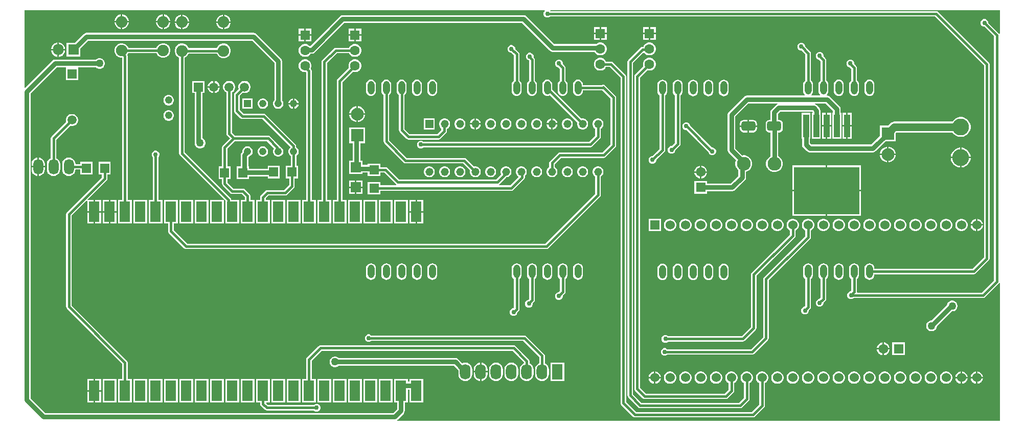
<source format=gbl>
G04*
G04 #@! TF.GenerationSoftware,Altium Limited,Altium Designer,21.9.2 (33)*
G04*
G04 Layer_Physical_Order=2*
G04 Layer_Color=16711680*
%FSTAX24Y24*%
%MOIN*%
G70*
G04*
G04 #@! TF.SameCoordinates,7D792EBD-1CCB-4A66-8B02-D1F74A79ED49*
G04*
G04*
G04 #@! TF.FilePolarity,Positive*
G04*
G01*
G75*
%ADD14R,0.0630X0.0591*%
%ADD46C,0.0150*%
%ADD47C,0.0300*%
%ADD48R,0.0700X0.0700*%
%ADD49O,0.0700X0.0750*%
%ADD50R,0.0519X0.0519*%
%ADD51C,0.0519*%
%ADD52C,0.1100*%
%ADD53R,0.0827X0.0827*%
%ADD54C,0.0827*%
%ADD55C,0.0750*%
%ADD56R,0.0700X0.1330*%
%ADD57R,0.0700X0.1000*%
%ADD58O,0.0700X0.1000*%
%ADD59C,0.0602*%
%ADD60R,0.0602X0.0602*%
%ADD61C,0.0594*%
%ADD62R,0.0594X0.0594*%
%ADD63O,0.0436X0.0872*%
%ADD64C,0.0630*%
%ADD65R,0.0630X0.0630*%
%ADD66R,0.0591X0.0591*%
%ADD67C,0.0591*%
%ADD68R,0.0630X0.0630*%
%ADD69C,0.0480*%
%ADD70R,0.0476X0.0476*%
%ADD71C,0.0476*%
%ADD72C,0.0900*%
%ADD73O,0.0660X0.1000*%
%ADD74C,0.0300*%
%ADD75C,0.0500*%
G04:AMPARAMS|DCode=76|XSize=91.7mil|YSize=61mil|CornerRadius=15.3mil|HoleSize=0mil|Usage=FLASHONLY|Rotation=180.000|XOffset=0mil|YOffset=0mil|HoleType=Round|Shape=RoundedRectangle|*
%AMROUNDEDRECTD76*
21,1,0.0917,0.0305,0,0,180.0*
21,1,0.0612,0.0610,0,0,180.0*
1,1,0.0305,-0.0306,0.0153*
1,1,0.0305,0.0306,0.0153*
1,1,0.0305,0.0306,-0.0153*
1,1,0.0305,-0.0306,-0.0153*
%
%ADD76ROUNDEDRECTD76*%
%ADD77R,0.0669X0.0669*%
%ADD78R,0.4268X0.3102*%
%ADD79R,0.0390X0.1492*%
%ADD80R,0.0591X0.0630*%
%ADD81C,0.0500*%
G36*
X070547Y03416D02*
X070497Y034145D01*
X070476Y034176D01*
X0698Y034852D01*
Y0349D01*
X069762Y034992D01*
X069692Y035062D01*
X0696Y0351D01*
X0695D01*
X069408Y035062D01*
X069338Y034992D01*
X0693Y0349D01*
Y0348D01*
X069338Y034708D01*
X069408Y034638D01*
X0695Y0346D01*
X069548D01*
X070172Y033976D01*
Y018024D01*
X069376Y017228D01*
X061256D01*
X061225Y017267D01*
X06123Y017292D01*
Y018118D01*
X061278Y018155D01*
X061329Y018221D01*
X061361Y018299D01*
X061372Y018382D01*
Y018818D01*
X061361Y018901D01*
X061329Y018979D01*
X061278Y019045D01*
X061212Y019096D01*
X061134Y019128D01*
X061051Y019139D01*
X060968Y019128D01*
X060891Y019096D01*
X060824Y019045D01*
X060773Y018979D01*
X060741Y018901D01*
X06073Y018818D01*
Y018382D01*
X060741Y018299D01*
X060773Y018221D01*
X060824Y018155D01*
X060873Y018118D01*
Y017366D01*
X060807Y0173D01*
X0608D01*
X060708Y017262D01*
X060638Y017192D01*
X0606Y0171D01*
Y017D01*
X060638Y016908D01*
X060708Y016838D01*
X0608Y0168D01*
X0609D01*
X060992Y016838D01*
X061025Y016872D01*
X06945D01*
X069518Y016885D01*
X069576Y016924D01*
X070476Y017824D01*
X070497Y017855D01*
X070547Y01784D01*
Y01035D01*
Y008853D01*
X03127D01*
X031255Y008903D01*
X03128Y00892D01*
X03168Y00932D01*
X031735Y009402D01*
X031755Y0095D01*
Y010035D01*
X03195D01*
Y010895D01*
X03205D01*
Y010035D01*
X03295D01*
Y011565D01*
X03205D01*
Y011405D01*
X03195D01*
Y011565D01*
X03105D01*
Y010035D01*
X031245D01*
Y009606D01*
X030994Y009355D01*
X008306D01*
X007355Y010306D01*
Y030244D01*
X009056Y031945D01*
X009659D01*
X00966Y031895D01*
Y031105D01*
X01045D01*
Y031895D01*
X010451Y031945D01*
X01161D01*
X011635Y03192D01*
X011715Y031874D01*
X011804Y03185D01*
X011896D01*
X011985Y031874D01*
X012065Y03192D01*
X01213Y031985D01*
X012176Y032065D01*
X0122Y032154D01*
Y032246D01*
X012176Y032335D01*
X01213Y032415D01*
X012065Y03248D01*
X011985Y032526D01*
X011896Y03255D01*
X011804D01*
X011715Y032526D01*
X011635Y03248D01*
X01161Y032455D01*
X00895D01*
X008852Y032436D01*
X00877Y03238D01*
X006999Y03061D01*
X006953Y030629D01*
Y035697D01*
X040873D01*
X040894Y035647D01*
X040838Y035592D01*
X0408Y0355D01*
Y0354D01*
X040838Y035308D01*
X040908Y035238D01*
X041Y0352D01*
X0411D01*
X041192Y035238D01*
X041225Y035272D01*
X066326D01*
X069522Y032076D01*
Y019524D01*
X068776Y018778D01*
X062372D01*
Y018818D01*
X062361Y018901D01*
X062329Y018979D01*
X062278Y019045D01*
X062212Y019096D01*
X062134Y019128D01*
X062051Y019139D01*
X061968Y019128D01*
X061891Y019096D01*
X061824Y019045D01*
X061773Y018979D01*
X061741Y018901D01*
X06173Y018818D01*
Y018382D01*
X061741Y018299D01*
X061773Y018221D01*
X061824Y018155D01*
X061891Y018104D01*
X061968Y018072D01*
X062051Y018061D01*
X062134Y018072D01*
X062212Y018104D01*
X062278Y018155D01*
X062329Y018221D01*
X062361Y018299D01*
X062372Y018382D01*
Y018422D01*
X06885D01*
X068918Y018435D01*
X068976Y018474D01*
X069826Y019324D01*
X069826Y019324D01*
X069865Y019382D01*
X069878Y01945D01*
X069878Y01945D01*
Y03215D01*
X069878Y03215D01*
X069865Y032218D01*
X069826Y032276D01*
X069826Y032276D01*
X066526Y035576D01*
X066468Y035615D01*
X0664Y035628D01*
X041253D01*
X041239Y035647D01*
X041265Y035697D01*
X070547D01*
Y03416D01*
D02*
G37*
%LPC*%
G36*
X016063Y035405D02*
X01605D01*
Y03498D01*
X016475D01*
Y034993D01*
X016443Y035113D01*
X01638Y035222D01*
X016292Y03531D01*
X016183Y035373D01*
X016063Y035405D01*
D02*
G37*
G36*
X01595D02*
X015937D01*
X015817Y035373D01*
X015708Y03531D01*
X01562Y035222D01*
X015557Y035113D01*
X015525Y034993D01*
Y03498D01*
X01595D01*
Y035405D01*
D02*
G37*
G36*
X013353D02*
X01334D01*
Y03498D01*
X013765D01*
Y034993D01*
X013733Y035113D01*
X01367Y035222D01*
X013582Y03531D01*
X013473Y035373D01*
X013353Y035405D01*
D02*
G37*
G36*
X01324D02*
X013227D01*
X013107Y035373D01*
X012998Y03531D01*
X01291Y035222D01*
X012847Y035113D01*
X012815Y034993D01*
Y03498D01*
X01324D01*
Y035405D01*
D02*
G37*
G36*
X019993Y035385D02*
X01998D01*
Y03496D01*
X020405D01*
Y034973D01*
X020373Y035093D01*
X02031Y035202D01*
X020222Y03529D01*
X020113Y035353D01*
X019993Y035385D01*
D02*
G37*
G36*
X01988D02*
X019867D01*
X019747Y035353D01*
X019638Y03529D01*
X01955Y035202D01*
X019487Y035093D01*
X019455Y034973D01*
Y03496D01*
X01988D01*
Y035385D01*
D02*
G37*
G36*
X017283D02*
X01727D01*
Y03496D01*
X017695D01*
Y034973D01*
X017663Y035093D01*
X0176Y035202D01*
X017512Y03529D01*
X017403Y035353D01*
X017283Y035385D01*
D02*
G37*
G36*
X01717D02*
X017157D01*
X017037Y035353D01*
X016928Y03529D01*
X01684Y035202D01*
X016777Y035093D01*
X016745Y034973D01*
Y03496D01*
X01717D01*
Y035385D01*
D02*
G37*
G36*
X016475Y03488D02*
X01605D01*
Y034455D01*
X016063D01*
X016183Y034487D01*
X016292Y03455D01*
X01638Y034638D01*
X016443Y034747D01*
X016475Y034867D01*
Y03488D01*
D02*
G37*
G36*
X01595D02*
X015525D01*
Y034867D01*
X015557Y034747D01*
X01562Y034638D01*
X015708Y03455D01*
X015817Y034487D01*
X015937Y034455D01*
X01595D01*
Y03488D01*
D02*
G37*
G36*
X013765D02*
X01334D01*
Y034455D01*
X013353D01*
X013473Y034487D01*
X013582Y03455D01*
X01367Y034638D01*
X013733Y034747D01*
X013765Y034867D01*
Y03488D01*
D02*
G37*
G36*
X01324D02*
X012815D01*
Y034867D01*
X012847Y034747D01*
X01291Y034638D01*
X012998Y03455D01*
X013107Y034487D01*
X013227Y034455D01*
X01324D01*
Y03488D01*
D02*
G37*
G36*
X020405Y03486D02*
X01998D01*
Y034435D01*
X019993D01*
X020113Y034467D01*
X020222Y03453D01*
X02031Y034618D01*
X020373Y034727D01*
X020405Y034847D01*
Y03486D01*
D02*
G37*
G36*
X01988D02*
X019455D01*
Y034847D01*
X019487Y034727D01*
X01955Y034618D01*
X019638Y03453D01*
X019747Y034467D01*
X019867Y034435D01*
X01988D01*
Y03486D01*
D02*
G37*
G36*
X017695D02*
X01727D01*
Y034435D01*
X017283D01*
X017403Y034467D01*
X017512Y03453D01*
X0176Y034618D01*
X017663Y034727D01*
X017695Y034847D01*
Y03486D01*
D02*
G37*
G36*
X01717D02*
X016745D01*
Y034847D01*
X016777Y034727D01*
X01684Y034618D01*
X016928Y03453D01*
X017037Y034467D01*
X017157Y034435D01*
X01717D01*
Y03486D01*
D02*
G37*
G36*
X048115Y034565D02*
X04775D01*
Y0342D01*
X048115D01*
Y034565D01*
D02*
G37*
G36*
X044915D02*
X04455D01*
Y0342D01*
X044915D01*
Y034565D01*
D02*
G37*
G36*
X04765D02*
X047285D01*
Y0342D01*
X04765D01*
Y034565D01*
D02*
G37*
G36*
X04445D02*
X044085D01*
Y0342D01*
X04445D01*
Y034565D01*
D02*
G37*
G36*
X028915Y034465D02*
X02855D01*
Y0341D01*
X028915D01*
Y034465D01*
D02*
G37*
G36*
X025665D02*
X0253D01*
Y0341D01*
X025665D01*
Y034465D01*
D02*
G37*
G36*
X02845D02*
X028085D01*
Y0341D01*
X02845D01*
Y034465D01*
D02*
G37*
G36*
X0252D02*
X024835D01*
Y0341D01*
X0252D01*
Y034465D01*
D02*
G37*
G36*
X048115Y0341D02*
X04775D01*
Y033735D01*
X048115D01*
Y0341D01*
D02*
G37*
G36*
X04765D02*
X047285D01*
Y033735D01*
X04765D01*
Y0341D01*
D02*
G37*
G36*
X044915D02*
X04455D01*
Y033735D01*
X044915D01*
Y0341D01*
D02*
G37*
G36*
X04445D02*
X044085D01*
Y033735D01*
X04445D01*
Y0341D01*
D02*
G37*
G36*
X028915Y034D02*
X02855D01*
Y033635D01*
X028915D01*
Y034D01*
D02*
G37*
G36*
X02845D02*
X028085D01*
Y033635D01*
X02845D01*
Y034D01*
D02*
G37*
G36*
X025665D02*
X0253D01*
Y033635D01*
X025665D01*
Y034D01*
D02*
G37*
G36*
X0252D02*
X024835D01*
Y033635D01*
X0252D01*
Y034D01*
D02*
G37*
G36*
X016063Y033525D02*
X015937D01*
X015817Y033493D01*
X015708Y03343D01*
X01562Y033342D01*
X015557Y033233D01*
X015556Y033228D01*
X013734D01*
X013733Y033233D01*
X01367Y033342D01*
X013582Y03343D01*
X013473Y033493D01*
X013353Y033525D01*
X013227D01*
X013107Y033493D01*
X012998Y03343D01*
X01291Y033342D01*
X012847Y033233D01*
X012815Y033113D01*
Y032987D01*
X012847Y032867D01*
X01291Y032758D01*
X012998Y03267D01*
X013107Y032607D01*
X013227Y032575D01*
X013322D01*
Y023265D01*
X01305D01*
Y021735D01*
X01395D01*
Y023265D01*
X013678D01*
Y032678D01*
X013678Y032678D01*
X013665Y032746D01*
X013662Y03275D01*
X01367Y032758D01*
X013733Y032867D01*
X013734Y032872D01*
X015556D01*
X015557Y032867D01*
X01562Y032758D01*
X015708Y03267D01*
X015817Y032607D01*
X015937Y032575D01*
X016063D01*
X016183Y032607D01*
X016292Y03267D01*
X01638Y032758D01*
X016443Y032867D01*
X016475Y032987D01*
Y033113D01*
X016443Y033233D01*
X01638Y033342D01*
X016292Y03343D01*
X016183Y033493D01*
X016063Y033525D01*
D02*
G37*
G36*
X019993Y033505D02*
X019867D01*
X019747Y033473D01*
X019638Y03341D01*
X01955Y033322D01*
X019487Y033213D01*
X019486Y033208D01*
X017664D01*
X017663Y033213D01*
X0176Y033322D01*
X017512Y03341D01*
X017403Y033473D01*
X017283Y033505D01*
X017157D01*
X017037Y033473D01*
X016928Y03341D01*
X01684Y033322D01*
X016777Y033213D01*
X016745Y033093D01*
Y032967D01*
X016777Y032847D01*
X01684Y032738D01*
X016928Y03265D01*
X017037Y032587D01*
X017042Y032586D01*
Y02633D01*
X017055Y026262D01*
X017094Y026204D01*
X02005Y023248D01*
Y021735D01*
X02095D01*
Y023265D01*
X020475D01*
X020437Y023292D01*
X020423Y02336D01*
X020385Y023418D01*
X020385Y023418D01*
X017398Y026404D01*
Y032586D01*
X017403Y032587D01*
X017512Y03265D01*
X0176Y032738D01*
X017663Y032847D01*
X017664Y032852D01*
X019486D01*
X019487Y032847D01*
X01955Y032738D01*
X019638Y03265D01*
X019747Y032587D01*
X019867Y032555D01*
X019993D01*
X020113Y032587D01*
X020222Y03265D01*
X02031Y032738D01*
X020373Y032847D01*
X020405Y032967D01*
Y033093D01*
X020373Y033213D01*
X02031Y033322D01*
X020222Y03341D01*
X020113Y033473D01*
X019993Y033505D01*
D02*
G37*
G36*
X0092Y033572D02*
Y03315D01*
X009601D01*
X009588Y033242D01*
X009543Y033352D01*
X009471Y033446D01*
X009377Y033518D01*
X009267Y033563D01*
X0092Y033572D01*
D02*
G37*
G36*
X0091D02*
X009033Y033563D01*
X008923Y033518D01*
X008829Y033446D01*
X008757Y033352D01*
X008712Y033242D01*
X008699Y03315D01*
X0091D01*
Y033572D01*
D02*
G37*
G36*
X047755Y033565D02*
X047645D01*
X04754Y033537D01*
X047445Y033482D01*
X047368Y033405D01*
X047313Y03331D01*
X04731Y033297D01*
X047268D01*
X0472Y033283D01*
X047142Y033244D01*
X047142Y033244D01*
X046324Y032426D01*
X046285Y032368D01*
X046272Y0323D01*
Y0105D01*
X046285Y010432D01*
X046324Y010374D01*
X046974Y009724D01*
X047032Y009685D01*
X0471Y009672D01*
X0471Y009672D01*
X053612D01*
X05368Y009685D01*
X053738Y009724D01*
X054176Y010162D01*
X054215Y01022D01*
X054228Y010288D01*
X054228Y010288D01*
Y011306D01*
X054296Y011345D01*
X054371Y011419D01*
X054424Y011511D01*
X054451Y011613D01*
Y011719D01*
X054424Y011821D01*
X054371Y011912D01*
X054296Y011987D01*
X054205Y01204D01*
X054103Y012067D01*
X053997D01*
X053895Y01204D01*
X053804Y011987D01*
X053729Y011912D01*
X053676Y011821D01*
X053649Y011719D01*
Y011613D01*
X053676Y011511D01*
X053729Y011419D01*
X053804Y011345D01*
X053872Y011306D01*
Y010362D01*
X053538Y010028D01*
X047174D01*
X046628Y010574D01*
Y032226D01*
X047306Y032903D01*
X047368Y032895D01*
X047368Y032895D01*
X047445Y032818D01*
X04754Y032763D01*
X047645Y032735D01*
X047755D01*
X04786Y032763D01*
X047955Y032818D01*
X048032Y032895D01*
X048087Y03299D01*
X048115Y033095D01*
Y033205D01*
X048087Y03331D01*
X048032Y033405D01*
X047955Y033482D01*
X04786Y033537D01*
X047755Y033565D01*
D02*
G37*
G36*
X0395Y035355D02*
X0277D01*
X027602Y035336D01*
X02752Y03528D01*
X025585Y033346D01*
X025541D01*
X025505Y033382D01*
X02541Y033437D01*
X025305Y033465D01*
X025195D01*
X02509Y033437D01*
X024995Y033382D01*
X024918Y033305D01*
X024863Y03321D01*
X024835Y033105D01*
Y032995D01*
X024863Y03289D01*
X024918Y032795D01*
X024995Y032718D01*
X02509Y032663D01*
X025195Y032635D01*
X025305D01*
X02541Y032663D01*
X025505Y032718D01*
X025582Y032795D01*
X025606Y032836D01*
X025691D01*
X025788Y032855D01*
X025871Y032911D01*
X027806Y034845D01*
X039394D01*
X041207Y033033D01*
X041289Y032978D01*
X041387Y032958D01*
X044132D01*
X044168Y032895D01*
X044245Y032818D01*
X04434Y032763D01*
X044445Y032735D01*
X044555D01*
X04466Y032763D01*
X044755Y032818D01*
X044832Y032895D01*
X044887Y03299D01*
X044915Y033095D01*
Y033205D01*
X044887Y03331D01*
X044832Y033405D01*
X044755Y033482D01*
X04466Y033537D01*
X044555Y033565D01*
X044445D01*
X04434Y033537D01*
X044245Y033482D01*
X044231Y033468D01*
X041492D01*
X03968Y03528D01*
X039598Y035336D01*
X0395Y035355D01*
D02*
G37*
G36*
X028555Y033465D02*
X028445D01*
X02834Y033437D01*
X028245Y033382D01*
X028168Y033305D01*
X028124Y033228D01*
X02725D01*
X027182Y033215D01*
X027124Y033176D01*
X026374Y032426D01*
X026335Y032368D01*
X026322Y0323D01*
Y023265D01*
X02605D01*
Y021735D01*
X02695D01*
Y023265D01*
X026678D01*
Y032226D01*
X027324Y032872D01*
X028124D01*
X028168Y032795D01*
X028245Y032718D01*
X02834Y032663D01*
X028445Y032635D01*
X028555D01*
X02866Y032663D01*
X028755Y032718D01*
X028832Y032795D01*
X028887Y03289D01*
X028915Y032995D01*
Y033105D01*
X028887Y03321D01*
X028832Y033305D01*
X028755Y033382D01*
X02866Y033437D01*
X028555Y033465D01*
D02*
G37*
G36*
X009601Y03305D02*
X0092D01*
Y032628D01*
X009267Y032637D01*
X009377Y032682D01*
X009471Y032754D01*
X009543Y032848D01*
X009588Y032958D01*
X009601Y03305D01*
D02*
G37*
G36*
X0091D02*
X008699D01*
X008712Y032958D01*
X008757Y032848D01*
X008829Y032754D01*
X008923Y032682D01*
X009033Y032637D01*
X0091Y032628D01*
Y03305D01*
D02*
G37*
G36*
X047755Y032565D02*
X047645D01*
X04754Y032537D01*
X047445Y032482D01*
X047368Y032405D01*
X047313Y03231D01*
X047285Y032205D01*
Y032095D01*
X047308Y03201D01*
X046774Y031476D01*
X046735Y031418D01*
X046722Y03135D01*
Y01095D01*
X046735Y010882D01*
X046774Y010824D01*
X047274Y010324D01*
X047274Y010324D01*
X047332Y010285D01*
X0474Y010272D01*
X0474Y010272D01*
X0527D01*
X052768Y010285D01*
X052826Y010324D01*
X053176Y010674D01*
X053176Y010674D01*
X053215Y010732D01*
X053228Y0108D01*
X053228Y0108D01*
Y011306D01*
X053296Y011345D01*
X053371Y011419D01*
X053424Y011511D01*
X053451Y011613D01*
Y011719D01*
X053424Y011821D01*
X053371Y011912D01*
X053296Y011987D01*
X053205Y01204D01*
X053103Y012067D01*
X052997D01*
X052895Y01204D01*
X052804Y011987D01*
X052729Y011912D01*
X052676Y011821D01*
X052649Y011719D01*
Y011613D01*
X052676Y011511D01*
X052729Y011419D01*
X052804Y011345D01*
X052872Y011306D01*
Y010874D01*
X052626Y010628D01*
X047474D01*
X047078Y011024D01*
Y031276D01*
X04756Y031758D01*
X047645Y031735D01*
X047755D01*
X04786Y031763D01*
X047955Y031818D01*
X048032Y031895D01*
X048087Y03199D01*
X048115Y032095D01*
Y032205D01*
X048087Y03231D01*
X048032Y032405D01*
X047955Y032482D01*
X04786Y032537D01*
X047755Y032565D01*
D02*
G37*
G36*
X028555Y032465D02*
X028445D01*
X02834Y032437D01*
X028245Y032382D01*
X028168Y032305D01*
X028113Y03221D01*
X028085Y032105D01*
Y031995D01*
X028108Y03191D01*
X027374Y031176D01*
X027335Y031118D01*
X027322Y03105D01*
Y023265D01*
X02705D01*
Y021735D01*
X02795D01*
Y023265D01*
X027678D01*
Y030976D01*
X02836Y031658D01*
X028445Y031635D01*
X028555D01*
X02866Y031663D01*
X028755Y031718D01*
X028832Y031795D01*
X028887Y03189D01*
X028915Y031995D01*
Y032105D01*
X028887Y03221D01*
X028832Y032305D01*
X028755Y032382D01*
X02866Y032437D01*
X028555Y032465D01*
D02*
G37*
G36*
X019352Y03106D02*
X01935D01*
Y030713D01*
X019697D01*
Y030715D01*
X01967Y030816D01*
X019618Y030907D01*
X019544Y030981D01*
X019453Y031033D01*
X019352Y03106D01*
D02*
G37*
G36*
X01925D02*
X019248D01*
X019147Y031033D01*
X019056Y030981D01*
X018982Y030907D01*
X01893Y030816D01*
X018903Y030715D01*
Y030713D01*
X01925D01*
Y03106D01*
D02*
G37*
G36*
X021352D02*
X021248D01*
X021147Y031033D01*
X021056Y030981D01*
X020982Y030907D01*
X02093Y030816D01*
X020903Y030715D01*
Y030611D01*
X020923Y030538D01*
X020674Y030289D01*
X020635Y030231D01*
X020622Y030163D01*
Y0291D01*
X020635Y029032D01*
X020674Y028974D01*
X021024Y028624D01*
X021024Y028624D01*
X021082Y028585D01*
X02115Y028572D01*
X02115Y028572D01*
X022476D01*
X024296Y026751D01*
X024292Y026721D01*
X024229Y026658D01*
X024185Y026581D01*
X024162Y026495D01*
Y026405D01*
X024185Y026319D01*
X024229Y026242D01*
X024292Y026179D01*
X024322Y026163D01*
Y025515D01*
X023995D01*
Y024685D01*
X024212D01*
Y024264D01*
X023876Y023928D01*
X0228D01*
X022732Y023915D01*
X022674Y023876D01*
X022374Y023576D01*
X022335Y023518D01*
X022322Y02345D01*
Y023265D01*
X02205D01*
Y021735D01*
X02295D01*
Y023265D01*
X022678D01*
Y023376D01*
X022874Y023572D01*
X02395D01*
X024018Y023585D01*
X024076Y023624D01*
X024517Y024064D01*
X024555Y024122D01*
X024569Y024191D01*
Y024685D01*
X024786D01*
Y025515D01*
X024678D01*
Y026163D01*
X024708Y026179D01*
X024771Y026242D01*
X024815Y026319D01*
X024838Y026405D01*
Y026495D01*
X024815Y026581D01*
X024771Y026658D01*
X024708Y026721D01*
X024676Y026739D01*
Y026803D01*
X024676Y026803D01*
X024662Y026871D01*
X024624Y026929D01*
X022676Y028876D01*
X022618Y028915D01*
X02255Y028928D01*
X021224D01*
X020978Y029174D01*
Y030089D01*
X021175Y030286D01*
X021248Y030266D01*
X021352D01*
X021453Y030293D01*
X021544Y030345D01*
X021618Y030419D01*
X02167Y03051D01*
X021697Y030611D01*
Y030715D01*
X02167Y030816D01*
X021618Y030907D01*
X021544Y030981D01*
X021453Y031033D01*
X021352Y03106D01*
D02*
G37*
G36*
X019697Y030613D02*
X01935D01*
Y030266D01*
X019352D01*
X019453Y030293D01*
X019544Y030345D01*
X019618Y030419D01*
X01967Y03051D01*
X019697Y030611D01*
Y030613D01*
D02*
G37*
G36*
X01925D02*
X018903D01*
Y030611D01*
X01893Y03051D01*
X018982Y030419D01*
X019056Y030345D01*
X019147Y030293D01*
X019248Y030266D01*
X01925D01*
Y030613D01*
D02*
G37*
G36*
X06205Y031153D02*
X061967Y031142D01*
X06189Y03111D01*
X061823Y031059D01*
X061772Y030993D01*
X06174Y030915D01*
X061729Y030832D01*
Y030396D01*
X06174Y030313D01*
X061772Y030236D01*
X061823Y030169D01*
X06189Y030118D01*
X061967Y030086D01*
X06205Y030075D01*
X062133Y030086D01*
X06221Y030118D01*
X062277Y030169D01*
X062328Y030236D01*
X06236Y030313D01*
X062371Y030396D01*
Y030832D01*
X06236Y030915D01*
X062328Y030993D01*
X062277Y031059D01*
X06221Y03111D01*
X062133Y031142D01*
X06205Y031153D01*
D02*
G37*
G36*
X06085Y03245D02*
X06075D01*
X060658Y032412D01*
X060588Y032342D01*
X06055Y03225D01*
Y03215D01*
X060588Y032058D01*
X060658Y031988D01*
X06075Y03195D01*
X060767D01*
X060872Y031846D01*
Y031096D01*
X060823Y031059D01*
X060772Y030993D01*
X06074Y030915D01*
X060729Y030832D01*
Y030396D01*
X06074Y030313D01*
X060772Y030236D01*
X060823Y030169D01*
X06089Y030118D01*
X060967Y030086D01*
X06105Y030075D01*
X061133Y030086D01*
X06121Y030118D01*
X061277Y030169D01*
X061328Y030236D01*
X06136Y030313D01*
X061371Y030396D01*
Y030832D01*
X06136Y030915D01*
X061328Y030993D01*
X061277Y031059D01*
X061228Y031096D01*
Y03192D01*
X061215Y031988D01*
X061176Y032046D01*
X061176Y032046D01*
X06105Y032172D01*
Y03225D01*
X061012Y032342D01*
X060942Y032412D01*
X06085Y03245D01*
D02*
G37*
G36*
X06005Y031153D02*
X059967Y031142D01*
X05989Y03111D01*
X059823Y031059D01*
X059772Y030993D01*
X05974Y030915D01*
X059729Y030832D01*
Y030396D01*
X05974Y030313D01*
X059772Y030236D01*
X059823Y030169D01*
X05989Y030118D01*
X059967Y030086D01*
X06005Y030075D01*
X060133Y030086D01*
X06021Y030118D01*
X060277Y030169D01*
X060328Y030236D01*
X06036Y030313D01*
X060371Y030396D01*
Y030832D01*
X06036Y030915D01*
X060328Y030993D01*
X060277Y031059D01*
X06021Y03111D01*
X060133Y031142D01*
X06005Y031153D01*
D02*
G37*
G36*
X04185Y03245D02*
X04175D01*
X041658Y032412D01*
X041588Y032342D01*
X04155Y03225D01*
Y03215D01*
X041588Y032058D01*
X041658Y031988D01*
X04175Y03195D01*
X041765D01*
X04187Y031845D01*
Y031096D01*
X041822Y031059D01*
X041771Y030993D01*
X041739Y030915D01*
X041728Y030832D01*
Y030396D01*
X041739Y030313D01*
X041771Y030236D01*
X041822Y030169D01*
X041888Y030118D01*
X041966Y030086D01*
X042049Y030075D01*
X042132Y030086D01*
X042209Y030118D01*
X042276Y030169D01*
X042327Y030236D01*
X042359Y030313D01*
X04237Y030396D01*
Y030832D01*
X042359Y030915D01*
X042327Y030993D01*
X042276Y031059D01*
X042227Y031096D01*
Y031918D01*
X042227Y031918D01*
X042214Y031987D01*
X042175Y032045D01*
X04205Y03217D01*
Y03225D01*
X042012Y032342D01*
X041942Y032412D01*
X04185Y03245D01*
D02*
G37*
G36*
X03995Y0329D02*
X03985D01*
X039758Y032862D01*
X039688Y032792D01*
X03965Y0327D01*
Y0326D01*
X039688Y032508D01*
X039758Y032438D01*
X03985Y0324D01*
X039857D01*
X03987Y032387D01*
Y031096D01*
X039822Y031059D01*
X039771Y030993D01*
X039739Y030915D01*
X039728Y030832D01*
Y030396D01*
X039739Y030313D01*
X039771Y030236D01*
X039822Y030169D01*
X039888Y030118D01*
X039966Y030086D01*
X040049Y030075D01*
X040132Y030086D01*
X040209Y030118D01*
X040276Y030169D01*
X040327Y030236D01*
X040359Y030313D01*
X04037Y030396D01*
Y030832D01*
X040359Y030915D01*
X040327Y030993D01*
X040276Y031059D01*
X040227Y031096D01*
Y032461D01*
X040214Y032529D01*
X040175Y032587D01*
X040175Y032587D01*
X04015Y032612D01*
Y0327D01*
X040112Y032792D01*
X040042Y032862D01*
X03995Y0329D01*
D02*
G37*
G36*
X03875Y0334D02*
X03865D01*
X038558Y033362D01*
X038488Y033292D01*
X03845Y0332D01*
Y0331D01*
X038488Y033008D01*
X038558Y032938D01*
X03865Y0329D01*
X038698D01*
X03887Y032727D01*
Y031096D01*
X038822Y031059D01*
X038771Y030993D01*
X038739Y030915D01*
X038728Y030832D01*
Y030396D01*
X038739Y030313D01*
X038771Y030236D01*
X038822Y030169D01*
X038888Y030118D01*
X038966Y030086D01*
X039049Y030075D01*
X039132Y030086D01*
X039209Y030118D01*
X039276Y030169D01*
X039327Y030236D01*
X039359Y030313D01*
X03937Y030396D01*
Y030832D01*
X039359Y030915D01*
X039327Y030993D01*
X039276Y031059D01*
X039227Y031096D01*
Y032801D01*
X039214Y032869D01*
X039175Y032927D01*
X03895Y033152D01*
Y0332D01*
X038912Y033292D01*
X038842Y033362D01*
X03875Y0334D01*
D02*
G37*
G36*
X033549Y031153D02*
X033466Y031142D01*
X033388Y03111D01*
X033322Y031059D01*
X033271Y030993D01*
X033239Y030915D01*
X033228Y030832D01*
Y030396D01*
X033239Y030313D01*
X033271Y030236D01*
X033322Y030169D01*
X033388Y030118D01*
X033466Y030086D01*
X033549Y030075D01*
X033632Y030086D01*
X033709Y030118D01*
X033776Y030169D01*
X033827Y030236D01*
X033859Y030313D01*
X03387Y030396D01*
Y030832D01*
X033859Y030915D01*
X033827Y030993D01*
X033776Y031059D01*
X033709Y03111D01*
X033632Y031142D01*
X033549Y031153D01*
D02*
G37*
G36*
X032549D02*
X032466Y031142D01*
X032388Y03111D01*
X032322Y031059D01*
X032271Y030993D01*
X032239Y030915D01*
X032228Y030832D01*
Y030396D01*
X032239Y030313D01*
X032271Y030236D01*
X032322Y030169D01*
X032388Y030118D01*
X032466Y030086D01*
X032549Y030075D01*
X032632Y030086D01*
X032709Y030118D01*
X032776Y030169D01*
X032827Y030236D01*
X032859Y030313D01*
X03287Y030396D01*
Y030832D01*
X032859Y030915D01*
X032827Y030993D01*
X032776Y031059D01*
X032709Y03111D01*
X032632Y031142D01*
X032549Y031153D01*
D02*
G37*
G36*
X029549D02*
X029466Y031142D01*
X029388Y03111D01*
X029322Y031059D01*
X029271Y030993D01*
X029239Y030915D01*
X029228Y030832D01*
Y030396D01*
X029239Y030313D01*
X029271Y030236D01*
X029322Y030169D01*
X029388Y030118D01*
X029466Y030086D01*
X029549Y030075D01*
X029632Y030086D01*
X029709Y030118D01*
X029776Y030169D01*
X029827Y030236D01*
X029859Y030313D01*
X02987Y030396D01*
Y030832D01*
X029859Y030915D01*
X029827Y030993D01*
X029776Y031059D01*
X029709Y03111D01*
X029632Y031142D01*
X029549Y031153D01*
D02*
G37*
G36*
X05255Y031139D02*
X052467Y031128D01*
X05239Y031096D01*
X052323Y031045D01*
X052272Y030979D01*
X05224Y030901D01*
X052229Y030818D01*
Y030382D01*
X05224Y030299D01*
X052272Y030221D01*
X052323Y030155D01*
X05239Y030104D01*
X052467Y030072D01*
X05255Y030061D01*
X052633Y030072D01*
X05271Y030104D01*
X052777Y030155D01*
X052828Y030221D01*
X05286Y030299D01*
X052871Y030382D01*
Y030818D01*
X05286Y030901D01*
X052828Y030979D01*
X052777Y031045D01*
X05271Y031096D01*
X052633Y031128D01*
X05255Y031139D01*
D02*
G37*
G36*
X05155D02*
X051467Y031128D01*
X05139Y031096D01*
X051323Y031045D01*
X051272Y030979D01*
X05124Y030901D01*
X051229Y030818D01*
Y030382D01*
X05124Y030299D01*
X051272Y030221D01*
X051323Y030155D01*
X05139Y030104D01*
X051467Y030072D01*
X05155Y030061D01*
X051633Y030072D01*
X05171Y030104D01*
X051777Y030155D01*
X051828Y030221D01*
X05186Y030299D01*
X051871Y030382D01*
Y030818D01*
X05186Y030901D01*
X051828Y030979D01*
X051777Y031045D01*
X05171Y031096D01*
X051633Y031128D01*
X05155Y031139D01*
D02*
G37*
G36*
X05055D02*
X050467Y031128D01*
X05039Y031096D01*
X050323Y031045D01*
X050272Y030979D01*
X05024Y030901D01*
X050229Y030818D01*
Y030382D01*
X05024Y030299D01*
X050272Y030221D01*
X050323Y030155D01*
X05039Y030104D01*
X050467Y030072D01*
X05055Y030061D01*
X050633Y030072D01*
X05071Y030104D01*
X050777Y030155D01*
X050828Y030221D01*
X05086Y030299D01*
X050871Y030382D01*
Y030818D01*
X05086Y030901D01*
X050828Y030979D01*
X050777Y031045D01*
X05071Y031096D01*
X050633Y031128D01*
X05055Y031139D01*
D02*
G37*
G36*
X02455Y029913D02*
Y029626D01*
X024837D01*
X024815Y029707D01*
X024771Y029784D01*
X024708Y029847D01*
X024631Y029891D01*
X02455Y029913D01*
D02*
G37*
G36*
X02445D02*
X024369Y029891D01*
X024292Y029847D01*
X024229Y029784D01*
X024185Y029707D01*
X024163Y029626D01*
X02445D01*
Y029913D01*
D02*
G37*
G36*
X016395Y03014D02*
X016305D01*
X016219Y030117D01*
X016141Y030072D01*
X016078Y030009D01*
X016033Y029931D01*
X01601Y029845D01*
Y029755D01*
X016033Y029669D01*
X016078Y029591D01*
X016141Y029528D01*
X016219Y029483D01*
X016305Y02946D01*
X016395D01*
X016481Y029483D01*
X016559Y029528D01*
X016622Y029591D01*
X016667Y029669D01*
X01669Y029755D01*
Y029845D01*
X016667Y029931D01*
X016622Y030009D01*
X016559Y030072D01*
X016481Y030117D01*
X016395Y03014D01*
D02*
G37*
G36*
X024837Y029526D02*
X02455D01*
Y029239D01*
X024631Y029261D01*
X024708Y029305D01*
X024771Y029368D01*
X024815Y029445D01*
X024837Y029526D01*
D02*
G37*
G36*
X02445D02*
X024163D01*
X024185Y029445D01*
X024229Y029368D01*
X024292Y029305D01*
X024369Y029261D01*
X02445Y029239D01*
Y029526D01*
D02*
G37*
G36*
X0219Y034205D02*
X011D01*
X010902Y034186D01*
X01082Y03413D01*
X01024Y03355D01*
X0097D01*
Y03265D01*
X0106D01*
Y03319D01*
X011106Y033695D01*
X021794D01*
X023245Y032244D01*
Y029799D01*
X023229Y029784D01*
X023185Y029707D01*
X023162Y029621D01*
Y029531D01*
X023185Y029445D01*
X023229Y029368D01*
X023292Y029305D01*
X023369Y029261D01*
X023455Y029238D01*
X023545D01*
X023631Y029261D01*
X023708Y029305D01*
X023771Y029368D01*
X023815Y029445D01*
X023838Y029531D01*
Y029621D01*
X023815Y029707D01*
X023771Y029784D01*
X023755Y029799D01*
Y03235D01*
X023735Y032448D01*
X02368Y03253D01*
X02208Y03413D01*
X021998Y034186D01*
X0219Y034205D01*
D02*
G37*
G36*
X022545Y029914D02*
X022455D01*
X022369Y029891D01*
X022292Y029847D01*
X022229Y029784D01*
X022185Y029707D01*
X022162Y029621D01*
Y029531D01*
X022185Y029445D01*
X022229Y029368D01*
X022292Y029305D01*
X022369Y029261D01*
X022455Y029238D01*
X022545D01*
X022631Y029261D01*
X022708Y029305D01*
X022771Y029368D01*
X022815Y029445D01*
X022838Y029531D01*
Y029621D01*
X022815Y029707D01*
X022771Y029784D01*
X022708Y029847D01*
X022631Y029891D01*
X022545Y029914D01*
D02*
G37*
G36*
X021838D02*
X021162D01*
Y029238D01*
X021838D01*
Y029914D01*
D02*
G37*
G36*
X028718Y029402D02*
X0287D01*
Y028939D01*
X029163D01*
Y028957D01*
X029128Y029087D01*
X029061Y029204D01*
X028965Y0293D01*
X028848Y029367D01*
X028718Y029402D01*
D02*
G37*
G36*
X0286D02*
X028582D01*
X028452Y029367D01*
X028335Y0293D01*
X028239Y029204D01*
X028172Y029087D01*
X028137Y028957D01*
Y028939D01*
X0286D01*
Y029402D01*
D02*
G37*
G36*
X016395Y02914D02*
X016305D01*
X016219Y029117D01*
X016141Y029072D01*
X016078Y029009D01*
X016033Y028931D01*
X01601Y028845D01*
Y028755D01*
X016033Y028669D01*
X016078Y028591D01*
X016141Y028528D01*
X016219Y028483D01*
X016305Y02846D01*
X016395D01*
X016481Y028483D01*
X016559Y028528D01*
X016622Y028591D01*
X016667Y028669D01*
X01669Y028755D01*
Y028845D01*
X016667Y028931D01*
X016622Y029009D01*
X016559Y029072D01*
X016481Y029117D01*
X016395Y02914D01*
D02*
G37*
G36*
X029163Y028839D02*
X0287D01*
Y028376D01*
X028718D01*
X028848Y028411D01*
X028965Y028478D01*
X029061Y028574D01*
X029128Y028691D01*
X029163Y028821D01*
Y028839D01*
D02*
G37*
G36*
X0286D02*
X028137D01*
Y028821D01*
X028172Y028691D01*
X028239Y028574D01*
X028335Y028478D01*
X028452Y028411D01*
X028582Y028376D01*
X0286D01*
Y028839D01*
D02*
G37*
G36*
X0364Y028609D02*
Y0283D01*
X036709D01*
X036685Y028389D01*
X036638Y028471D01*
X036571Y028538D01*
X036489Y028585D01*
X0364Y028609D01*
D02*
G37*
G36*
X0414D02*
Y0283D01*
X041709D01*
X041685Y028389D01*
X041638Y028471D01*
X041571Y028538D01*
X041489Y028585D01*
X0414Y028609D01*
D02*
G37*
G36*
X0363D02*
X036211Y028585D01*
X036129Y028538D01*
X036062Y028471D01*
X036015Y028389D01*
X035991Y0283D01*
X0363D01*
Y028609D01*
D02*
G37*
G36*
X0413D02*
X041211Y028585D01*
X041129Y028538D01*
X041062Y028471D01*
X041015Y028389D01*
X040991Y0283D01*
X0413D01*
Y028609D01*
D02*
G37*
G36*
X060883Y028966D02*
X060639D01*
Y02817D01*
X060883D01*
Y028966D01*
D02*
G37*
G36*
X060539D02*
X060294D01*
Y02817D01*
X060539D01*
Y028966D01*
D02*
G37*
G36*
X059545D02*
X0593D01*
Y02817D01*
X059545D01*
Y028966D01*
D02*
G37*
G36*
X0592D02*
X058955D01*
Y02817D01*
X0592D01*
Y028966D01*
D02*
G37*
G36*
X054466Y02851D02*
X054209D01*
Y02815D01*
X054723D01*
Y028253D01*
X054703Y028351D01*
X054648Y028435D01*
X054564Y02849D01*
X054466Y02851D01*
D02*
G37*
G36*
X054109D02*
X053853D01*
X053755Y02849D01*
X053671Y028435D01*
X053615Y028351D01*
X053596Y028253D01*
Y02815D01*
X054109D01*
Y02851D01*
D02*
G37*
G36*
X010102Y028895D02*
X009998D01*
X009897Y028868D01*
X009807Y028816D01*
X009734Y028743D01*
X009682Y028653D01*
X009655Y028552D01*
Y028448D01*
X009674Y028376D01*
X008724Y027426D01*
X008685Y027368D01*
X008672Y0273D01*
Y026012D01*
X008633Y025996D01*
X008543Y025927D01*
X008474Y025837D01*
X008431Y025732D01*
X008416Y02562D01*
Y02528D01*
X008431Y025168D01*
X008474Y025063D01*
X008543Y024973D01*
X008633Y024904D01*
X008738Y024861D01*
X00885Y024846D01*
X008962Y024861D01*
X009067Y024904D01*
X009157Y024973D01*
X009226Y025063D01*
X009269Y025168D01*
X009284Y02528D01*
Y02562D01*
X009269Y025732D01*
X009226Y025837D01*
X009157Y025927D01*
X009067Y025996D01*
X009028Y026012D01*
Y027226D01*
X009926Y028124D01*
X009998Y028105D01*
X010102D01*
X010203Y028132D01*
X010293Y028184D01*
X010366Y028257D01*
X010418Y028347D01*
X010445Y028448D01*
Y028552D01*
X010418Y028653D01*
X010366Y028743D01*
X010293Y028816D01*
X010203Y028868D01*
X010102Y028895D01*
D02*
G37*
G36*
X041709Y0282D02*
X0414D01*
Y027891D01*
X041489Y027915D01*
X041571Y027962D01*
X041638Y028029D01*
X041685Y028111D01*
X041709Y0282D01*
D02*
G37*
G36*
X036709D02*
X0364D01*
Y027891D01*
X036489Y027915D01*
X036571Y027962D01*
X036638Y028029D01*
X036685Y028111D01*
X036709Y0282D01*
D02*
G37*
G36*
X0413D02*
X040991D01*
X041015Y028111D01*
X041062Y028029D01*
X041129Y027962D01*
X041211Y027915D01*
X0413Y027891D01*
Y0282D01*
D02*
G37*
G36*
X0363D02*
X035991D01*
X036015Y028111D01*
X036062Y028029D01*
X036129Y027962D01*
X036211Y027915D01*
X0363Y027891D01*
Y0282D01*
D02*
G37*
G36*
X041049Y031153D02*
X040966Y031142D01*
X040888Y03111D01*
X040822Y031059D01*
X040771Y030993D01*
X040739Y030915D01*
X040728Y030832D01*
Y030396D01*
X040739Y030313D01*
X040771Y030236D01*
X040822Y030169D01*
X040888Y030118D01*
X040966Y030086D01*
X041049Y030075D01*
X041132Y030086D01*
X041209Y030118D01*
X041221Y030127D01*
X043003Y028344D01*
X042991Y028297D01*
Y028203D01*
X043015Y028111D01*
X043062Y028029D01*
X043129Y027962D01*
X043211Y027915D01*
X043303Y027891D01*
X043397D01*
X043489Y027915D01*
X043571Y027962D01*
X043638Y028029D01*
X043685Y028111D01*
X043709Y028203D01*
Y028297D01*
X043685Y028389D01*
X043638Y028471D01*
X043571Y028538D01*
X043489Y028585D01*
X043397Y028609D01*
X043303D01*
X043256Y028597D01*
X041385Y030467D01*
X04137Y030478D01*
Y030832D01*
X041359Y030915D01*
X041327Y030993D01*
X041276Y031059D01*
X041209Y03111D01*
X041132Y031142D01*
X041049Y031153D01*
D02*
G37*
G36*
X042397Y028609D02*
X042303D01*
X042211Y028585D01*
X042129Y028538D01*
X042062Y028471D01*
X042015Y028389D01*
X041991Y028297D01*
Y028203D01*
X042015Y028111D01*
X042062Y028029D01*
X042129Y027962D01*
X042211Y027915D01*
X042303Y027891D01*
X042397D01*
X042489Y027915D01*
X042571Y027962D01*
X042638Y028029D01*
X042685Y028111D01*
X042709Y028203D01*
Y028297D01*
X042685Y028389D01*
X042638Y028471D01*
X042571Y028538D01*
X042489Y028585D01*
X042397Y028609D01*
D02*
G37*
G36*
X040397D02*
X040303D01*
X040211Y028585D01*
X040129Y028538D01*
X040062Y028471D01*
X040015Y028389D01*
X039991Y028297D01*
Y028203D01*
X040015Y028111D01*
X040062Y028029D01*
X040129Y027962D01*
X040211Y027915D01*
X040303Y027891D01*
X040397D01*
X040489Y027915D01*
X040571Y027962D01*
X040638Y028029D01*
X040685Y028111D01*
X040709Y028203D01*
Y028297D01*
X040685Y028389D01*
X040638Y028471D01*
X040571Y028538D01*
X040489Y028585D01*
X040397Y028609D01*
D02*
G37*
G36*
X039397D02*
X039303D01*
X039211Y028585D01*
X039129Y028538D01*
X039062Y028471D01*
X039015Y028389D01*
X038991Y028297D01*
Y028203D01*
X039015Y028111D01*
X039062Y028029D01*
X039129Y027962D01*
X039211Y027915D01*
X039303Y027891D01*
X039397D01*
X039489Y027915D01*
X039571Y027962D01*
X039638Y028029D01*
X039685Y028111D01*
X039709Y028203D01*
Y028297D01*
X039685Y028389D01*
X039638Y028471D01*
X039571Y028538D01*
X039489Y028585D01*
X039397Y028609D01*
D02*
G37*
G36*
X038397D02*
X038303D01*
X038211Y028585D01*
X038129Y028538D01*
X038062Y028471D01*
X038015Y028389D01*
X037991Y028297D01*
Y028203D01*
X038015Y028111D01*
X038062Y028029D01*
X038129Y027962D01*
X038211Y027915D01*
X038303Y027891D01*
X038397D01*
X038489Y027915D01*
X038571Y027962D01*
X038638Y028029D01*
X038685Y028111D01*
X038709Y028203D01*
Y028297D01*
X038685Y028389D01*
X038638Y028471D01*
X038571Y028538D01*
X038489Y028585D01*
X038397Y028609D01*
D02*
G37*
G36*
X037397D02*
X037303D01*
X037211Y028585D01*
X037129Y028538D01*
X037062Y028471D01*
X037015Y028389D01*
X036991Y028297D01*
Y028203D01*
X037015Y028111D01*
X037062Y028029D01*
X037129Y027962D01*
X037211Y027915D01*
X037303Y027891D01*
X037397D01*
X037489Y027915D01*
X037571Y027962D01*
X037638Y028029D01*
X037685Y028111D01*
X037709Y028203D01*
Y028297D01*
X037685Y028389D01*
X037638Y028471D01*
X037571Y028538D01*
X037489Y028585D01*
X037397Y028609D01*
D02*
G37*
G36*
X035397D02*
X035303D01*
X035211Y028585D01*
X035129Y028538D01*
X035062Y028471D01*
X035015Y028389D01*
X034991Y028297D01*
Y028203D01*
X035015Y028111D01*
X035062Y028029D01*
X035129Y027962D01*
X035211Y027915D01*
X035303Y027891D01*
X035397D01*
X035489Y027915D01*
X035571Y027962D01*
X035638Y028029D01*
X035685Y028111D01*
X035709Y028203D01*
Y028297D01*
X035685Y028389D01*
X035638Y028471D01*
X035571Y028538D01*
X035489Y028585D01*
X035397Y028609D01*
D02*
G37*
G36*
X033709D02*
X032991D01*
Y027891D01*
X033709D01*
Y028609D01*
D02*
G37*
G36*
X054723Y02805D02*
X054209D01*
Y02769D01*
X054466D01*
X054564Y02771D01*
X054648Y027765D01*
X054703Y027849D01*
X054723Y027947D01*
Y02805D01*
D02*
G37*
G36*
X054109D02*
X053596D01*
Y027947D01*
X053615Y027849D01*
X053671Y027765D01*
X053755Y02771D01*
X053853Y02769D01*
X054109D01*
Y02805D01*
D02*
G37*
G36*
X058206Y028966D02*
X057617D01*
Y027274D01*
X057657D01*
Y026889D01*
X057676Y026791D01*
X057731Y026708D01*
X05797Y02647D01*
X058052Y026414D01*
X05815Y026395D01*
X062272D01*
X06237Y026414D01*
X062452Y02647D01*
X063097Y027115D01*
X063763D01*
Y027642D01*
X063818Y027697D01*
X067454D01*
X067495Y027636D01*
X067586Y027545D01*
X067692Y027474D01*
X06781Y027425D01*
X067936Y0274D01*
X068064D01*
X06819Y027425D01*
X068308Y027474D01*
X068414Y027545D01*
X068505Y027636D01*
X068576Y027742D01*
X068625Y02786D01*
X06865Y027986D01*
Y028114D01*
X068625Y02824D01*
X068576Y028358D01*
X068505Y028464D01*
X068414Y028555D01*
X068308Y028626D01*
X06819Y028675D01*
X068064Y0287D01*
X067936D01*
X06781Y028675D01*
X067692Y028626D01*
X067586Y028555D01*
X067495Y028464D01*
X067454Y028403D01*
X063672D01*
X063581Y028391D01*
X063496Y028356D01*
X063422Y0283D01*
X063264Y028141D01*
X062737D01*
Y027475D01*
X062166Y026905D01*
X058256D01*
X058166Y026994D01*
Y027274D01*
X058206D01*
Y028966D01*
D02*
G37*
G36*
X060883Y02807D02*
X060639D01*
Y027274D01*
X060883D01*
Y02807D01*
D02*
G37*
G36*
X060539D02*
X060294D01*
Y027274D01*
X060539D01*
Y02807D01*
D02*
G37*
G36*
X05765Y03355D02*
X05755D01*
X057458Y033512D01*
X057388Y033442D01*
X05735Y03335D01*
Y03325D01*
X057388Y033158D01*
X057458Y033088D01*
X05755Y03305D01*
X057611D01*
X057872Y03279D01*
Y031096D01*
X057823Y031059D01*
X057772Y030993D01*
X05774Y030915D01*
X057729Y030832D01*
Y030396D01*
X05774Y030313D01*
X057772Y030236D01*
X057823Y030169D01*
X057842Y030155D01*
X057825Y030105D01*
X05405D01*
X053952Y030085D01*
X05387Y03003D01*
X05287Y02903D01*
X052814Y028948D01*
X052795Y02885D01*
Y02655D01*
X052814Y026452D01*
X05287Y02637D01*
X053352Y025887D01*
X053337Y025862D01*
X0533Y025722D01*
Y025578D01*
X053337Y025438D01*
X05341Y025312D01*
X053495Y025227D01*
Y024856D01*
X052994Y024355D01*
X051465D01*
Y024515D01*
X050635D01*
Y023685D01*
X051465D01*
Y023845D01*
X0531D01*
X053198Y023865D01*
X05328Y02392D01*
X05393Y02457D01*
X053986Y024652D01*
X054005Y02475D01*
Y025122D01*
X054062Y025137D01*
X054188Y02521D01*
X05429Y025312D01*
X054363Y025438D01*
X0544Y025578D01*
Y025722D01*
X054363Y025862D01*
X05429Y025988D01*
X054188Y02609D01*
X054062Y026163D01*
X053922Y0262D01*
X053778D01*
X053764Y026196D01*
X053305Y026656D01*
Y028744D01*
X054156Y029595D01*
X056072D01*
X056076Y029545D01*
X056028Y029536D01*
X055946Y02948D01*
X05566Y029195D01*
X055605Y029112D01*
X055586Y029015D01*
Y02851D01*
X055534D01*
X055436Y02849D01*
X055352Y028435D01*
X055297Y028351D01*
X055277Y028253D01*
Y027947D01*
X055297Y027849D01*
X055352Y027765D01*
X055436Y02771D01*
X055534Y02769D01*
X05559D01*
Y026135D01*
X055512Y02609D01*
X05541Y025988D01*
X055337Y025862D01*
X0553Y025722D01*
Y025578D01*
X055337Y025438D01*
X05541Y025312D01*
X055512Y02521D01*
X055638Y025137D01*
X055778Y0251D01*
X055922D01*
X056062Y025137D01*
X056188Y02521D01*
X05629Y025312D01*
X056363Y025438D01*
X0564Y025578D01*
Y025722D01*
X056363Y025862D01*
X05629Y025988D01*
X056188Y02609D01*
X0561Y026141D01*
Y02769D01*
X056147D01*
X056245Y02771D01*
X056329Y027765D01*
X056385Y027849D01*
X056404Y027947D01*
Y028253D01*
X056385Y028351D01*
X056329Y028435D01*
X056245Y02849D01*
X056147Y02851D01*
X056095D01*
Y028909D01*
X056231Y029045D01*
X058319D01*
X058345Y029019D01*
Y028966D01*
X058286D01*
Y027274D01*
X058876D01*
Y028966D01*
X058855D01*
Y029124D01*
X058836Y029222D01*
X05878Y029304D01*
X058604Y02948D01*
X058522Y029536D01*
X058474Y029545D01*
X058478Y029595D01*
X059194D01*
X059664Y029125D01*
Y028966D01*
X059624D01*
Y027274D01*
X060214D01*
Y028966D01*
X060174D01*
Y029231D01*
X060155Y029328D01*
X0601Y029411D01*
X05948Y03003D01*
X059398Y030085D01*
X0593Y030105D01*
X059275D01*
X059258Y030155D01*
X059277Y030169D01*
X059328Y030236D01*
X05936Y030313D01*
X059371Y030396D01*
Y030832D01*
X05936Y030915D01*
X059328Y030993D01*
X059277Y031059D01*
X059228Y031096D01*
Y03242D01*
X059215Y032488D01*
X059176Y032546D01*
X059176Y032546D01*
X05905Y032672D01*
Y03275D01*
X059012Y032842D01*
X058942Y032912D01*
X05885Y03295D01*
X05875D01*
X058658Y032912D01*
X058588Y032842D01*
X05855Y03275D01*
Y03265D01*
X058588Y032558D01*
X058658Y032488D01*
X05875Y03245D01*
X058767D01*
X058872Y032346D01*
Y031096D01*
X058823Y031059D01*
X058772Y030993D01*
X05874Y030915D01*
X058729Y030832D01*
Y030396D01*
X05874Y030313D01*
X058772Y030236D01*
X058823Y030169D01*
X058842Y030155D01*
X058825Y030105D01*
X058275D01*
X058258Y030155D01*
X058277Y030169D01*
X058328Y030236D01*
X05836Y030313D01*
X058371Y030396D01*
Y030832D01*
X05836Y030915D01*
X058328Y030993D01*
X058277Y031059D01*
X058228Y031096D01*
Y032864D01*
X058228Y032864D01*
X058215Y032932D01*
X058176Y03299D01*
X05785Y033316D01*
Y03335D01*
X057812Y033442D01*
X057742Y033512D01*
X05765Y03355D01*
D02*
G37*
G36*
X059545Y02807D02*
X0593D01*
Y027274D01*
X059545D01*
Y02807D01*
D02*
G37*
G36*
X0592D02*
X058955D01*
Y027274D01*
X0592D01*
Y02807D01*
D02*
G37*
G36*
X031549Y031153D02*
X031466Y031142D01*
X031388Y03111D01*
X031322Y031059D01*
X031271Y030993D01*
X031239Y030915D01*
X031228Y030832D01*
Y030396D01*
X031239Y030313D01*
X031271Y030236D01*
X031322Y030169D01*
X03137Y030132D01*
Y027851D01*
X031384Y027783D01*
X031423Y027725D01*
X031874Y027274D01*
X031874Y027274D01*
X031932Y027235D01*
X032Y027222D01*
X032Y027222D01*
X03395D01*
X034018Y027235D01*
X034076Y027274D01*
X034442Y027639D01*
X03448Y027697D01*
X034494Y027766D01*
Y027918D01*
X034571Y027962D01*
X034638Y028029D01*
X034685Y028111D01*
X034709Y028203D01*
Y028297D01*
X034685Y028389D01*
X034638Y028471D01*
X034571Y028538D01*
X034489Y028585D01*
X034397Y028609D01*
X034303D01*
X034211Y028585D01*
X034129Y028538D01*
X034062Y028471D01*
X034015Y028389D01*
X033991Y028297D01*
Y028203D01*
X034015Y028111D01*
X034062Y028029D01*
X034129Y027962D01*
X034137Y027958D01*
Y027839D01*
X033876Y027578D01*
X032074D01*
X031727Y027925D01*
Y030132D01*
X031776Y030169D01*
X031827Y030236D01*
X031859Y030313D01*
X03187Y030396D01*
Y030832D01*
X031859Y030915D01*
X031827Y030993D01*
X031776Y031059D01*
X031709Y03111D01*
X031632Y031142D01*
X031549Y031153D01*
D02*
G37*
G36*
X044397Y028609D02*
X044303D01*
X044211Y028585D01*
X044129Y028538D01*
X044062Y028471D01*
X044015Y028389D01*
X043991Y028297D01*
Y028203D01*
X044015Y028111D01*
X044062Y028029D01*
X044129Y027962D01*
X044172Y027938D01*
Y027474D01*
X043776Y027078D01*
X032975D01*
X032942Y027112D01*
X03285Y02715D01*
X03275D01*
X032658Y027112D01*
X032588Y027042D01*
X03255Y02695D01*
Y02685D01*
X032588Y026758D01*
X032658Y026688D01*
X03275Y02665D01*
X03285D01*
X032942Y026688D01*
X032975Y026722D01*
X04385D01*
X043918Y026735D01*
X043976Y026774D01*
X044476Y027274D01*
X044476Y027274D01*
X044515Y027332D01*
X044528Y0274D01*
X044528Y0274D01*
Y027938D01*
X044571Y027962D01*
X044638Y028029D01*
X044685Y028111D01*
X044709Y028203D01*
Y028297D01*
X044685Y028389D01*
X044638Y028471D01*
X044571Y028538D01*
X044489Y028585D01*
X044397Y028609D01*
D02*
G37*
G36*
X018697Y03106D02*
X017903D01*
Y030266D01*
X018045D01*
Y027154D01*
X01806Y027082D01*
X01805Y027046D01*
Y026954D01*
X018074Y026865D01*
X01812Y026785D01*
X018185Y02672D01*
X018265Y026674D01*
X018354Y02665D01*
X018446D01*
X018535Y026674D01*
X018615Y02672D01*
X01868Y026785D01*
X018726Y026865D01*
X01875Y026954D01*
Y027046D01*
X018726Y027135D01*
X01868Y027215D01*
X018615Y02728D01*
X018555Y027315D01*
Y030266D01*
X018697D01*
Y03106D01*
D02*
G37*
G36*
X043049Y031153D02*
X042966Y031142D01*
X042888Y03111D01*
X042822Y031059D01*
X042771Y030993D01*
X042739Y030915D01*
X042728Y030832D01*
Y030396D01*
X042739Y030313D01*
X042771Y030236D01*
X042822Y030169D01*
X042888Y030118D01*
X042966Y030086D01*
X043049Y030075D01*
X043132Y030086D01*
X043209Y030118D01*
X043276Y030169D01*
X043327Y030236D01*
X043359Y030313D01*
X04337Y030396D01*
Y030436D01*
X044638D01*
X045172Y029902D01*
Y026912D01*
X044638Y026378D01*
X04185D01*
X04185Y026378D01*
X041782Y026365D01*
X041724Y026326D01*
X041724Y026326D01*
X041224Y025826D01*
X041185Y025768D01*
X041172Y0257D01*
Y025436D01*
X041129Y025412D01*
X041062Y025345D01*
X041015Y025263D01*
X040991Y025171D01*
Y025077D01*
X041015Y024985D01*
X041062Y024903D01*
X041129Y024836D01*
X041211Y024789D01*
X041303Y024765D01*
X041397D01*
X041489Y024789D01*
X041571Y024836D01*
X041638Y024903D01*
X041685Y024985D01*
X041709Y025077D01*
Y025171D01*
X041685Y025263D01*
X041638Y025345D01*
X041571Y025412D01*
X041528Y025436D01*
Y025626D01*
X041924Y026022D01*
X044712D01*
X04478Y026035D01*
X044838Y026074D01*
X045476Y026712D01*
X045476Y026712D01*
X045515Y02677D01*
X045528Y026838D01*
X045528Y026838D01*
Y029976D01*
X045515Y030044D01*
X045476Y030102D01*
X044814Y030764D01*
X044756Y030803D01*
X044688Y030816D01*
X04462Y030803D01*
X044604Y030793D01*
X04337D01*
Y030832D01*
X043359Y030915D01*
X043327Y030993D01*
X043276Y031059D01*
X043209Y03111D01*
X043132Y031142D01*
X043049Y031153D01*
D02*
G37*
G36*
X063318Y026763D02*
X0633D01*
Y0263D01*
X063763D01*
Y026318D01*
X063728Y026448D01*
X063661Y026565D01*
X063565Y026661D01*
X063448Y026728D01*
X063318Y026763D01*
D02*
G37*
G36*
X04955Y031139D02*
X049467Y031128D01*
X04939Y031096D01*
X049323Y031045D01*
X049272Y030979D01*
X04924Y030901D01*
X049229Y030818D01*
Y030382D01*
X04924Y030299D01*
X049272Y030221D01*
X049323Y030155D01*
X049372Y030118D01*
Y027024D01*
X049148Y0268D01*
X0491D01*
X049008Y026762D01*
X048938Y026692D01*
X0489Y0266D01*
Y0265D01*
X048938Y026408D01*
X049008Y026338D01*
X0491Y0263D01*
X0492D01*
X049292Y026338D01*
X049362Y026408D01*
X0494Y0265D01*
Y026548D01*
X049676Y026824D01*
X049715Y026882D01*
X049728Y02695D01*
Y030118D01*
X049777Y030155D01*
X049828Y030221D01*
X04986Y030299D01*
X049871Y030382D01*
Y030818D01*
X04986Y030901D01*
X049828Y030979D01*
X049777Y031045D01*
X04971Y031096D01*
X049633Y031128D01*
X04955Y031139D01*
D02*
G37*
G36*
X0632Y026763D02*
X063182D01*
X063052Y026728D01*
X062935Y026661D01*
X062839Y026565D01*
X062772Y026448D01*
X062737Y026318D01*
Y0263D01*
X0632D01*
Y026763D01*
D02*
G37*
G36*
X05015Y02835D02*
X05005D01*
X049958Y028312D01*
X049888Y028242D01*
X04985Y02815D01*
Y02805D01*
X049888Y027958D01*
X049958Y027888D01*
X05005Y02785D01*
X050123D01*
X05155Y026423D01*
Y0264D01*
X051588Y026308D01*
X051658Y026238D01*
X05175Y0262D01*
X05185D01*
X051942Y026238D01*
X052012Y026308D01*
X05205Y0264D01*
Y0265D01*
X052012Y026592D01*
X051942Y026662D01*
X05185Y0267D01*
X051777D01*
X05035Y028127D01*
Y02815D01*
X050312Y028242D01*
X050242Y028312D01*
X05015Y02835D01*
D02*
G37*
G36*
X020352Y03106D02*
X020248D01*
X020147Y031033D01*
X020056Y030981D01*
X019982Y030907D01*
X01993Y030816D01*
X019903Y030715D01*
Y030611D01*
X01993Y03051D01*
X019982Y030419D01*
X020056Y030345D01*
X020122Y030308D01*
Y0276D01*
X020135Y027532D01*
X020174Y027474D01*
X020348Y0273D01*
X019883Y026836D01*
X019845Y026778D01*
X019831Y026709D01*
Y025465D01*
X019614D01*
Y024635D01*
X019831D01*
Y024341D01*
X019845Y024272D01*
X019883Y024214D01*
X020374Y023724D01*
X020432Y023685D01*
X0205Y023672D01*
X0205Y023672D01*
X021126D01*
X021322Y023476D01*
Y023265D01*
X02105D01*
Y021735D01*
X02195D01*
Y023265D01*
X021678D01*
Y02355D01*
X021665Y023618D01*
X021626Y023676D01*
X021326Y023976D01*
X021268Y024015D01*
X0212Y024028D01*
X020574D01*
X020188Y024414D01*
Y024635D01*
X020405D01*
Y025465D01*
X020188D01*
Y026636D01*
X020674Y027122D01*
X022776D01*
X023235Y026663D01*
X023229Y026658D01*
X023185Y026581D01*
X023162Y026495D01*
Y026405D01*
X023185Y026319D01*
X023229Y026242D01*
X023292Y026179D01*
X023369Y026135D01*
X023455Y026112D01*
X023545D01*
X023631Y026135D01*
X023708Y026179D01*
X023771Y026242D01*
X023815Y026319D01*
X023838Y026405D01*
Y026495D01*
X023815Y026581D01*
X023771Y026658D01*
X023708Y026721D01*
X023631Y026765D01*
X023604Y026772D01*
X023602Y026781D01*
X023564Y026839D01*
X023564Y026839D01*
X022976Y027426D01*
X022918Y027465D01*
X02285Y027478D01*
X020674D01*
X020478Y027674D01*
Y030308D01*
X020544Y030345D01*
X020618Y030419D01*
X02067Y03051D01*
X020697Y030611D01*
Y030715D01*
X02067Y030816D01*
X020618Y030907D01*
X020544Y030981D01*
X020453Y031033D01*
X020352Y03106D01*
D02*
G37*
G36*
X022545Y026788D02*
X022455D01*
X022369Y026765D01*
X022292Y026721D01*
X022229Y026658D01*
X022185Y026581D01*
X022162Y026495D01*
Y026405D01*
X022185Y026319D01*
X022229Y026242D01*
X022292Y026179D01*
X022369Y026135D01*
X022455Y026112D01*
X022545D01*
X022631Y026135D01*
X022708Y026179D01*
X022771Y026242D01*
X022815Y026319D01*
X022838Y026405D01*
Y026495D01*
X022815Y026581D01*
X022771Y026658D01*
X022708Y026721D01*
X022631Y026765D01*
X022545Y026788D01*
D02*
G37*
G36*
X068064Y0267D02*
X06805D01*
Y0261D01*
X06865D01*
Y026114D01*
X068625Y02624D01*
X068576Y026358D01*
X068505Y026464D01*
X068414Y026555D01*
X068308Y026626D01*
X06819Y026675D01*
X068064Y0267D01*
D02*
G37*
G36*
X06795D02*
X067936D01*
X06781Y026675D01*
X067692Y026626D01*
X067586Y026555D01*
X067495Y026464D01*
X067424Y026358D01*
X067375Y02624D01*
X06735Y026114D01*
Y0261D01*
X06795D01*
Y0267D01*
D02*
G37*
G36*
X063763Y0262D02*
X0633D01*
Y025737D01*
X063318D01*
X063448Y025772D01*
X063565Y025839D01*
X063661Y025935D01*
X063728Y026052D01*
X063763Y026182D01*
Y0262D01*
D02*
G37*
G36*
X0632D02*
X062737D01*
Y026182D01*
X062772Y026052D01*
X062839Y025935D01*
X062935Y025839D01*
X063052Y025772D01*
X063182Y025737D01*
X0632D01*
Y0262D01*
D02*
G37*
G36*
X04855Y031139D02*
X048467Y031128D01*
X04839Y031096D01*
X048323Y031045D01*
X048272Y030979D01*
X04824Y030901D01*
X048229Y030818D01*
Y030382D01*
X04824Y030299D01*
X048272Y030221D01*
X048323Y030155D01*
X048372Y030118D01*
Y026624D01*
X047898Y02615D01*
X04785D01*
X047758Y026112D01*
X047688Y026042D01*
X04765Y02595D01*
Y02585D01*
X047688Y025758D01*
X047758Y025688D01*
X04785Y02565D01*
X04795D01*
X048042Y025688D01*
X048112Y025758D01*
X04815Y02585D01*
Y025898D01*
X048676Y026424D01*
X048715Y026482D01*
X048728Y02655D01*
X048728Y02655D01*
Y030118D01*
X048777Y030155D01*
X048828Y030221D01*
X04886Y030299D01*
X048871Y030382D01*
Y030818D01*
X04886Y030901D01*
X048828Y030979D01*
X048777Y031045D01*
X04871Y031096D01*
X048633Y031128D01*
X04855Y031139D01*
D02*
G37*
G36*
X0079Y026047D02*
Y0255D01*
X008284D01*
Y02562D01*
X008269Y025732D01*
X008226Y025837D01*
X008157Y025927D01*
X008067Y025996D01*
X007962Y026039D01*
X0079Y026047D01*
D02*
G37*
G36*
X0078D02*
X007738Y026039D01*
X007633Y025996D01*
X007543Y025927D01*
X007474Y025837D01*
X007431Y025732D01*
X007416Y02562D01*
Y0255D01*
X0078D01*
Y026047D01*
D02*
G37*
G36*
X06865Y026D02*
X06805D01*
Y0254D01*
X068064D01*
X06819Y025425D01*
X068308Y025474D01*
X068414Y025545D01*
X068505Y025636D01*
X068576Y025742D01*
X068625Y02586D01*
X06865Y025986D01*
Y026D01*
D02*
G37*
G36*
X06795D02*
X06735D01*
Y025986D01*
X067375Y02586D01*
X067424Y025742D01*
X067495Y025636D01*
X067586Y025545D01*
X067692Y025474D01*
X06781Y025425D01*
X067936Y0254D01*
X06795D01*
Y026D01*
D02*
G37*
G36*
X051105Y025515D02*
X0511D01*
Y02515D01*
X051465D01*
Y025155D01*
X051437Y02526D01*
X051382Y025355D01*
X051305Y025432D01*
X05121Y025487D01*
X051105Y025515D01*
D02*
G37*
G36*
X051D02*
X050995D01*
X05089Y025487D01*
X050795Y025432D01*
X050718Y025355D01*
X050663Y02526D01*
X050635Y025155D01*
Y02515D01*
X051D01*
Y025515D01*
D02*
G37*
G36*
X00985Y026054D02*
X009738Y026039D01*
X009633Y025996D01*
X009543Y025927D01*
X009474Y025837D01*
X009431Y025732D01*
X009416Y02562D01*
Y02528D01*
X009431Y025168D01*
X009474Y025063D01*
X009543Y024973D01*
X009633Y024904D01*
X009738Y024861D01*
X00985Y024846D01*
X009962Y024861D01*
X010067Y024904D01*
X010157Y024973D01*
X010226Y025063D01*
X010269Y025168D01*
X010283Y025272D01*
X010605D01*
Y024935D01*
X011395D01*
Y025765D01*
X010605D01*
Y025628D01*
X010283D01*
X010269Y025732D01*
X010226Y025837D01*
X010157Y025927D01*
X010067Y025996D01*
X009962Y026039D01*
X00985Y026054D01*
D02*
G37*
G36*
X008284Y0254D02*
X0079D01*
Y024853D01*
X007962Y024861D01*
X008067Y024904D01*
X008157Y024973D01*
X008226Y025063D01*
X008269Y025168D01*
X008284Y02528D01*
Y0254D01*
D02*
G37*
G36*
X0078D02*
X007416D01*
Y02528D01*
X007431Y025168D01*
X007474Y025063D01*
X007543Y024973D01*
X007633Y024904D01*
X007738Y024861D01*
X0078Y024853D01*
Y0254D01*
D02*
G37*
G36*
X043397Y025483D02*
X043303D01*
X043211Y025459D01*
X043129Y025412D01*
X043062Y025345D01*
X043015Y025263D01*
X042991Y025171D01*
Y025077D01*
X043015Y024985D01*
X043062Y024903D01*
X043129Y024836D01*
X043211Y024789D01*
X043303Y024765D01*
X043397D01*
X043489Y024789D01*
X043571Y024836D01*
X043638Y024903D01*
X043685Y024985D01*
X043709Y025077D01*
Y025171D01*
X043685Y025263D01*
X043638Y025345D01*
X043571Y025412D01*
X043489Y025459D01*
X043397Y025483D01*
D02*
G37*
G36*
X042397D02*
X042303D01*
X042211Y025459D01*
X042129Y025412D01*
X042062Y025345D01*
X042015Y025263D01*
X041991Y025171D01*
Y025077D01*
X042015Y024985D01*
X042062Y024903D01*
X042129Y024836D01*
X042211Y024789D01*
X042303Y024765D01*
X042397D01*
X042489Y024789D01*
X042571Y024836D01*
X042638Y024903D01*
X042685Y024985D01*
X042709Y025077D01*
Y025171D01*
X042685Y025263D01*
X042638Y025345D01*
X042571Y025412D01*
X042489Y025459D01*
X042397Y025483D01*
D02*
G37*
G36*
X040397D02*
X040303D01*
X040211Y025459D01*
X040129Y025412D01*
X040062Y025345D01*
X040015Y025263D01*
X039991Y025171D01*
Y025077D01*
X040015Y024985D01*
X040062Y024903D01*
X040129Y024836D01*
X040211Y024789D01*
X040303Y024765D01*
X040397D01*
X040489Y024789D01*
X040571Y024836D01*
X040638Y024903D01*
X040685Y024985D01*
X040709Y025077D01*
Y025171D01*
X040685Y025263D01*
X040638Y025345D01*
X040571Y025412D01*
X040489Y025459D01*
X040397Y025483D01*
D02*
G37*
G36*
X037397D02*
X037303D01*
X037211Y025459D01*
X037129Y025412D01*
X037062Y025345D01*
X037015Y025263D01*
X036991Y025171D01*
Y025077D01*
X037015Y024985D01*
X037062Y024903D01*
X037129Y024836D01*
X037211Y024789D01*
X037303Y024765D01*
X037397D01*
X037489Y024789D01*
X037571Y024836D01*
X037638Y024903D01*
X037685Y024985D01*
X037709Y025077D01*
Y025171D01*
X037685Y025263D01*
X037638Y025345D01*
X037571Y025412D01*
X037489Y025459D01*
X037397Y025483D01*
D02*
G37*
G36*
X030549Y031153D02*
X030466Y031142D01*
X030388Y03111D01*
X030322Y031059D01*
X030271Y030993D01*
X030239Y030915D01*
X030228Y030832D01*
Y030396D01*
X030239Y030313D01*
X030271Y030236D01*
X030322Y030169D01*
X03037Y030132D01*
Y027101D01*
X030384Y027033D01*
X030423Y026975D01*
X031674Y025724D01*
X031674Y025724D01*
X031732Y025685D01*
X0318Y025672D01*
X0318Y025672D01*
X03555D01*
X036003Y025218D01*
X035991Y025171D01*
Y025077D01*
X036015Y024985D01*
X036062Y024903D01*
X036129Y024836D01*
X036211Y024789D01*
X036303Y024765D01*
X036397D01*
X036489Y024789D01*
X036571Y024836D01*
X036638Y024903D01*
X036685Y024985D01*
X036709Y025077D01*
Y025171D01*
X036685Y025263D01*
X036638Y025345D01*
X036571Y025412D01*
X036489Y025459D01*
X036397Y025483D01*
X036303D01*
X036256Y025471D01*
X03575Y025976D01*
X035692Y026015D01*
X035624Y026028D01*
X031874D01*
X030727Y027175D01*
Y030132D01*
X030776Y030169D01*
X030827Y030236D01*
X030859Y030313D01*
X03087Y030396D01*
Y030832D01*
X030859Y030915D01*
X030827Y030993D01*
X030776Y031059D01*
X030709Y03111D01*
X030632Y031142D01*
X030549Y031153D01*
D02*
G37*
G36*
X035397Y025483D02*
X035303D01*
X035211Y025459D01*
X035129Y025412D01*
X035062Y025345D01*
X035015Y025263D01*
X034991Y025171D01*
Y025077D01*
X035015Y024985D01*
X035062Y024903D01*
X035129Y024836D01*
X035211Y024789D01*
X035303Y024765D01*
X035397D01*
X035489Y024789D01*
X035571Y024836D01*
X035638Y024903D01*
X035685Y024985D01*
X035709Y025077D01*
Y025171D01*
X035685Y025263D01*
X035638Y025345D01*
X035571Y025412D01*
X035489Y025459D01*
X035397Y025483D01*
D02*
G37*
G36*
X034397D02*
X034303D01*
X034211Y025459D01*
X034129Y025412D01*
X034062Y025345D01*
X034015Y025263D01*
X033991Y025171D01*
Y025077D01*
X034015Y024985D01*
X034062Y024903D01*
X034129Y024836D01*
X034211Y024789D01*
X034303Y024765D01*
X034397D01*
X034489Y024789D01*
X034571Y024836D01*
X034638Y024903D01*
X034685Y024985D01*
X034709Y025077D01*
Y025171D01*
X034685Y025263D01*
X034638Y025345D01*
X034571Y025412D01*
X034489Y025459D01*
X034397Y025483D01*
D02*
G37*
G36*
X033397D02*
X033303D01*
X033211Y025459D01*
X033129Y025412D01*
X033062Y025345D01*
X033015Y025263D01*
X032991Y025171D01*
Y025077D01*
X033015Y024985D01*
X033062Y024903D01*
X033129Y024836D01*
X033211Y024789D01*
X033303Y024765D01*
X033397D01*
X033489Y024789D01*
X033571Y024836D01*
X033638Y024903D01*
X033685Y024985D01*
X033709Y025077D01*
Y025171D01*
X033685Y025263D01*
X033638Y025345D01*
X033571Y025412D01*
X033489Y025459D01*
X033397Y025483D01*
D02*
G37*
G36*
X051465Y02505D02*
X0511D01*
Y024685D01*
X051105D01*
X05121Y024713D01*
X051305Y024768D01*
X051382Y024845D01*
X051437Y02494D01*
X051465Y025045D01*
Y02505D01*
D02*
G37*
G36*
X051D02*
X050635D01*
Y025045D01*
X050663Y02494D01*
X050718Y024845D01*
X050795Y024768D01*
X05089Y024713D01*
X050995Y024685D01*
X051D01*
Y02505D01*
D02*
G37*
G36*
X021545Y026788D02*
X021455D01*
X021369Y026765D01*
X021292Y026721D01*
X021229Y026658D01*
X021185Y026581D01*
X021162Y026495D01*
Y026425D01*
X02112Y026383D01*
X021065Y0263D01*
X021045Y026202D01*
Y025465D01*
X020795D01*
Y024635D01*
X021586D01*
Y02482D01*
X022814D01*
Y024685D01*
X023605D01*
Y025515D01*
X022814D01*
Y02533D01*
X021586D01*
Y025465D01*
X021555D01*
Y026097D01*
X021579Y026121D01*
X021631Y026135D01*
X021708Y026179D01*
X021771Y026242D01*
X021815Y026319D01*
X021838Y026405D01*
Y026495D01*
X021815Y026581D01*
X021771Y026658D01*
X021708Y026721D01*
X021631Y026765D01*
X021545Y026788D01*
D02*
G37*
G36*
X029163Y028024D02*
X028137D01*
Y026998D01*
X028345D01*
Y025834D01*
X028115D01*
Y024965D01*
X028985D01*
Y025065D01*
X029335D01*
Y024845D01*
X030165D01*
Y025072D01*
X030426D01*
X031174Y024324D01*
X031189Y024314D01*
X031202Y024246D01*
X031196Y024238D01*
X030165D01*
Y024455D01*
X029335D01*
Y023664D01*
X030165D01*
Y023881D01*
X038709D01*
X038778Y023895D01*
X038836Y023933D01*
X039526Y024624D01*
X039526Y024624D01*
X039565Y024682D01*
X039578Y02475D01*
X039578Y02475D01*
Y024844D01*
X039638Y024903D01*
X039685Y024985D01*
X039709Y025077D01*
Y025171D01*
X039685Y025263D01*
X039638Y025345D01*
X039571Y025412D01*
X039489Y025459D01*
X039397Y025483D01*
X039303D01*
X039211Y025459D01*
X039129Y025412D01*
X039062Y025345D01*
X039015Y025263D01*
X038991Y025171D01*
Y025077D01*
X039015Y024985D01*
X039062Y024903D01*
X039129Y024836D01*
X03916Y024819D01*
X039167Y024769D01*
X038636Y024238D01*
X037904D01*
X037898Y024246D01*
X037911Y024314D01*
X037926Y024324D01*
X038346Y024743D01*
X038346Y024743D01*
X03836Y024765D01*
X038397D01*
X038489Y024789D01*
X038571Y024836D01*
X038638Y024903D01*
X038685Y024985D01*
X038709Y025077D01*
Y025171D01*
X038685Y025263D01*
X038638Y025345D01*
X038571Y025412D01*
X038489Y025459D01*
X038397Y025483D01*
X038303D01*
X038211Y025459D01*
X038129Y025412D01*
X038062Y025345D01*
X038015Y025263D01*
X037991Y025171D01*
Y025077D01*
X038015Y024985D01*
X03804Y024942D01*
X037726Y024628D01*
X031374D01*
X030626Y025376D01*
X030568Y025415D01*
X0305Y025428D01*
X030165D01*
Y025636D01*
X029335D01*
Y025575D01*
X028985D01*
Y025834D01*
X028855D01*
Y026998D01*
X029163D01*
Y028024D01*
D02*
G37*
G36*
X028985Y024535D02*
X0286D01*
Y02415D01*
X028985D01*
Y024535D01*
D02*
G37*
G36*
X0285D02*
X028115D01*
Y02415D01*
X0285D01*
Y024535D01*
D02*
G37*
G36*
X061484Y025539D02*
X0593D01*
Y023937D01*
X061484D01*
Y025539D01*
D02*
G37*
G36*
X0592D02*
X057016D01*
Y023937D01*
X0592D01*
Y025539D01*
D02*
G37*
G36*
X028985Y02405D02*
X0286D01*
Y023666D01*
X028985D01*
Y02405D01*
D02*
G37*
G36*
X0285D02*
X028115D01*
Y023666D01*
X0285D01*
Y02405D01*
D02*
G37*
G36*
X03295Y023265D02*
X03255D01*
Y02255D01*
X03295D01*
Y023265D01*
D02*
G37*
G36*
X01195D02*
X01155D01*
Y02255D01*
X01195D01*
Y023265D01*
D02*
G37*
G36*
X01295D02*
X01255D01*
Y02255D01*
X01295D01*
Y023265D01*
D02*
G37*
G36*
X03245D02*
X03205D01*
Y02255D01*
X03245D01*
Y023265D01*
D02*
G37*
G36*
X012576Y025765D02*
X011786D01*
Y024935D01*
X012003D01*
Y024755D01*
X009724Y022476D01*
X009685Y022418D01*
X009672Y02235D01*
Y0163D01*
X009685Y016232D01*
X009724Y016174D01*
X013322Y012576D01*
Y011565D01*
X01305D01*
Y010035D01*
X01395D01*
Y011565D01*
X013678D01*
Y01265D01*
X013678Y01265D01*
X013665Y012718D01*
X013626Y012776D01*
X013626Y012776D01*
X010028Y016374D01*
Y022276D01*
X011Y023248D01*
X01105Y023227D01*
Y02255D01*
X01145D01*
Y023265D01*
X011088D01*
X011067Y023315D01*
X012307Y024555D01*
X012346Y024613D01*
X01236Y024681D01*
Y024935D01*
X012576D01*
Y025765D01*
D02*
G37*
G36*
X01245Y023265D02*
X01205D01*
Y02255D01*
X01245D01*
Y023265D01*
D02*
G37*
G36*
X061484Y023837D02*
X0593D01*
Y022236D01*
X061484D01*
Y023837D01*
D02*
G37*
G36*
X0592D02*
X057016D01*
Y022236D01*
X0592D01*
Y023837D01*
D02*
G37*
G36*
X03295Y02245D02*
X03255D01*
Y021735D01*
X03295D01*
Y02245D01*
D02*
G37*
G36*
X03245D02*
X03205D01*
Y021735D01*
X03245D01*
Y02245D01*
D02*
G37*
G36*
X03195Y023265D02*
X03105D01*
Y021735D01*
X03195D01*
Y023265D01*
D02*
G37*
G36*
X03095D02*
X03005D01*
Y021735D01*
X03095D01*
Y023265D01*
D02*
G37*
G36*
X02995D02*
X02905D01*
Y021735D01*
X02995D01*
Y023265D01*
D02*
G37*
G36*
X02895D02*
X02805D01*
Y021735D01*
X02895D01*
Y023265D01*
D02*
G37*
G36*
X025305Y032465D02*
X025195D01*
X02509Y032437D01*
X024995Y032382D01*
X024918Y032305D01*
X024863Y03221D01*
X024835Y032105D01*
Y031995D01*
X024863Y03189D01*
X024918Y031795D01*
X024995Y031718D01*
X02509Y031663D01*
X025195Y031635D01*
X025305D01*
X025322Y031622D01*
Y023265D01*
X02505D01*
Y021735D01*
X02595D01*
Y023265D01*
X025678D01*
Y031722D01*
X025665Y03179D01*
X025626Y031848D01*
X025626Y031848D01*
X025618Y031857D01*
X025637Y03189D01*
X025665Y031995D01*
Y032105D01*
X025637Y03221D01*
X025582Y032305D01*
X025505Y032382D01*
X02541Y032437D01*
X025305Y032465D01*
D02*
G37*
G36*
X02495Y023265D02*
X02405D01*
Y021735D01*
X02495D01*
Y023265D01*
D02*
G37*
G36*
X02395D02*
X02305D01*
Y021735D01*
X02395D01*
Y023265D01*
D02*
G37*
G36*
X01995D02*
X01905D01*
Y021735D01*
X01995D01*
Y023265D01*
D02*
G37*
G36*
X01895D02*
X01805D01*
Y021735D01*
X01895D01*
Y023265D01*
D02*
G37*
G36*
X01795D02*
X01705D01*
Y021735D01*
X01795D01*
Y023265D01*
D02*
G37*
G36*
X01555Y0265D02*
X01545D01*
X015358Y026462D01*
X015288Y026392D01*
X01525Y0263D01*
Y0262D01*
X015288Y026108D01*
X015322Y026075D01*
Y023265D01*
X01505D01*
Y021735D01*
X01595D01*
Y023265D01*
X015678D01*
Y026075D01*
X015712Y026108D01*
X01575Y0262D01*
Y0263D01*
X015712Y026392D01*
X015642Y026462D01*
X01555Y0265D01*
D02*
G37*
G36*
X01495Y023265D02*
X01405D01*
Y021735D01*
X01495D01*
Y023265D01*
D02*
G37*
G36*
X01295Y02245D02*
X01255D01*
Y021735D01*
X01295D01*
Y02245D01*
D02*
G37*
G36*
X01245D02*
X01205D01*
Y021735D01*
X01245D01*
Y02245D01*
D02*
G37*
G36*
X01195D02*
X01155D01*
Y021735D01*
X01195D01*
Y02245D01*
D02*
G37*
G36*
X01145D02*
X01105D01*
Y021735D01*
X01145D01*
Y02245D01*
D02*
G37*
G36*
X069103Y022051D02*
X0691D01*
Y0217D01*
X069451D01*
Y021703D01*
X069424Y021805D01*
X069371Y021896D01*
X069296Y021971D01*
X069205Y022024D01*
X069103Y022051D01*
D02*
G37*
G36*
X069D02*
X068997D01*
X068895Y022024D01*
X068804Y021971D01*
X068729Y021896D01*
X068676Y021805D01*
X068649Y021703D01*
Y0217D01*
X069D01*
Y022051D01*
D02*
G37*
G36*
X069451Y0216D02*
X0691D01*
Y021249D01*
X069103D01*
X069205Y021276D01*
X069296Y021329D01*
X069371Y021404D01*
X069424Y021495D01*
X069451Y021597D01*
Y0216D01*
D02*
G37*
G36*
X069D02*
X068649D01*
Y021597D01*
X068676Y021495D01*
X068729Y021404D01*
X068804Y021329D01*
X068895Y021276D01*
X068997Y021249D01*
X069D01*
Y0216D01*
D02*
G37*
G36*
X068103Y022051D02*
X067997D01*
X067895Y022024D01*
X067804Y021971D01*
X067729Y021896D01*
X067676Y021805D01*
X067649Y021703D01*
Y021597D01*
X067676Y021495D01*
X067729Y021404D01*
X067804Y021329D01*
X067895Y021276D01*
X067997Y021249D01*
X068103D01*
X068205Y021276D01*
X068296Y021329D01*
X068371Y021404D01*
X068424Y021495D01*
X068451Y021597D01*
Y021703D01*
X068424Y021805D01*
X068371Y021896D01*
X068296Y021971D01*
X068205Y022024D01*
X068103Y022051D01*
D02*
G37*
G36*
X067103D02*
X066997D01*
X066895Y022024D01*
X066804Y021971D01*
X066729Y021896D01*
X066676Y021805D01*
X066649Y021703D01*
Y021597D01*
X066676Y021495D01*
X066729Y021404D01*
X066804Y021329D01*
X066895Y021276D01*
X066997Y021249D01*
X067103D01*
X067205Y021276D01*
X067296Y021329D01*
X067371Y021404D01*
X067424Y021495D01*
X067451Y021597D01*
Y021703D01*
X067424Y021805D01*
X067371Y021896D01*
X067296Y021971D01*
X067205Y022024D01*
X067103Y022051D01*
D02*
G37*
G36*
X066103D02*
X065997D01*
X065895Y022024D01*
X065804Y021971D01*
X065729Y021896D01*
X065676Y021805D01*
X065649Y021703D01*
Y021597D01*
X065676Y021495D01*
X065729Y021404D01*
X065804Y021329D01*
X065895Y021276D01*
X065997Y021249D01*
X066103D01*
X066205Y021276D01*
X066296Y021329D01*
X066371Y021404D01*
X066424Y021495D01*
X066451Y021597D01*
Y021703D01*
X066424Y021805D01*
X066371Y021896D01*
X066296Y021971D01*
X066205Y022024D01*
X066103Y022051D01*
D02*
G37*
G36*
X065103D02*
X064997D01*
X064895Y022024D01*
X064804Y021971D01*
X064729Y021896D01*
X064676Y021805D01*
X064649Y021703D01*
Y021597D01*
X064676Y021495D01*
X064729Y021404D01*
X064804Y021329D01*
X064895Y021276D01*
X064997Y021249D01*
X065103D01*
X065205Y021276D01*
X065296Y021329D01*
X065371Y021404D01*
X065424Y021495D01*
X065451Y021597D01*
Y021703D01*
X065424Y021805D01*
X065371Y021896D01*
X065296Y021971D01*
X065205Y022024D01*
X065103Y022051D01*
D02*
G37*
G36*
X064103D02*
X063997D01*
X063895Y022024D01*
X063804Y021971D01*
X063729Y021896D01*
X063676Y021805D01*
X063649Y021703D01*
Y021597D01*
X063676Y021495D01*
X063729Y021404D01*
X063804Y021329D01*
X063895Y021276D01*
X063997Y021249D01*
X064103D01*
X064205Y021276D01*
X064296Y021329D01*
X064371Y021404D01*
X064424Y021495D01*
X064451Y021597D01*
Y021703D01*
X064424Y021805D01*
X064371Y021896D01*
X064296Y021971D01*
X064205Y022024D01*
X064103Y022051D01*
D02*
G37*
G36*
X063103D02*
X062997D01*
X062895Y022024D01*
X062804Y021971D01*
X062729Y021896D01*
X062676Y021805D01*
X062649Y021703D01*
Y021597D01*
X062676Y021495D01*
X062729Y021404D01*
X062804Y021329D01*
X062895Y021276D01*
X062997Y021249D01*
X063103D01*
X063205Y021276D01*
X063296Y021329D01*
X063371Y021404D01*
X063424Y021495D01*
X063451Y021597D01*
Y021703D01*
X063424Y021805D01*
X063371Y021896D01*
X063296Y021971D01*
X063205Y022024D01*
X063103Y022051D01*
D02*
G37*
G36*
X062103D02*
X061997D01*
X061895Y022024D01*
X061804Y021971D01*
X061729Y021896D01*
X061676Y021805D01*
X061649Y021703D01*
Y021597D01*
X061676Y021495D01*
X061729Y021404D01*
X061804Y021329D01*
X061895Y021276D01*
X061997Y021249D01*
X062103D01*
X062205Y021276D01*
X062296Y021329D01*
X062371Y021404D01*
X062424Y021495D01*
X062451Y021597D01*
Y021703D01*
X062424Y021805D01*
X062371Y021896D01*
X062296Y021971D01*
X062205Y022024D01*
X062103Y022051D01*
D02*
G37*
G36*
X061103D02*
X060997D01*
X060895Y022024D01*
X060804Y021971D01*
X060729Y021896D01*
X060676Y021805D01*
X060649Y021703D01*
Y021597D01*
X060676Y021495D01*
X060729Y021404D01*
X060804Y021329D01*
X060895Y021276D01*
X060997Y021249D01*
X061103D01*
X061205Y021276D01*
X061296Y021329D01*
X061371Y021404D01*
X061424Y021495D01*
X061451Y021597D01*
Y021703D01*
X061424Y021805D01*
X061371Y021896D01*
X061296Y021971D01*
X061205Y022024D01*
X061103Y022051D01*
D02*
G37*
G36*
X060103D02*
X059997D01*
X059895Y022024D01*
X059804Y021971D01*
X059729Y021896D01*
X059676Y021805D01*
X059649Y021703D01*
Y021597D01*
X059676Y021495D01*
X059729Y021404D01*
X059804Y021329D01*
X059895Y021276D01*
X059997Y021249D01*
X060103D01*
X060205Y021276D01*
X060296Y021329D01*
X060371Y021404D01*
X060424Y021495D01*
X060451Y021597D01*
Y021703D01*
X060424Y021805D01*
X060371Y021896D01*
X060296Y021971D01*
X060205Y022024D01*
X060103Y022051D01*
D02*
G37*
G36*
X059103D02*
X058997D01*
X058895Y022024D01*
X058804Y021971D01*
X058729Y021896D01*
X058676Y021805D01*
X058649Y021703D01*
Y021597D01*
X058676Y021495D01*
X058729Y021404D01*
X058804Y021329D01*
X058895Y021276D01*
X058997Y021249D01*
X059103D01*
X059205Y021276D01*
X059296Y021329D01*
X059371Y021404D01*
X059424Y021495D01*
X059451Y021597D01*
Y021703D01*
X059424Y021805D01*
X059371Y021896D01*
X059296Y021971D01*
X059205Y022024D01*
X059103Y022051D01*
D02*
G37*
G36*
X056103D02*
X055997D01*
X055895Y022024D01*
X055804Y021971D01*
X055729Y021896D01*
X055676Y021805D01*
X055649Y021703D01*
Y021597D01*
X055676Y021495D01*
X055729Y021404D01*
X055804Y021329D01*
X055895Y021276D01*
X055997Y021249D01*
X056103D01*
X056205Y021276D01*
X056296Y021329D01*
X056371Y021404D01*
X056424Y021495D01*
X056451Y021597D01*
Y021703D01*
X056424Y021805D01*
X056371Y021896D01*
X056296Y021971D01*
X056205Y022024D01*
X056103Y022051D01*
D02*
G37*
G36*
X055103D02*
X054997D01*
X054895Y022024D01*
X054804Y021971D01*
X054729Y021896D01*
X054676Y021805D01*
X054649Y021703D01*
Y021597D01*
X054676Y021495D01*
X054729Y021404D01*
X054804Y021329D01*
X054895Y021276D01*
X054997Y021249D01*
X055103D01*
X055205Y021276D01*
X055296Y021329D01*
X055371Y021404D01*
X055424Y021495D01*
X055451Y021597D01*
Y021703D01*
X055424Y021805D01*
X055371Y021896D01*
X055296Y021971D01*
X055205Y022024D01*
X055103Y022051D01*
D02*
G37*
G36*
X054103D02*
X053997D01*
X053895Y022024D01*
X053804Y021971D01*
X053729Y021896D01*
X053676Y021805D01*
X053649Y021703D01*
Y021597D01*
X053676Y021495D01*
X053729Y021404D01*
X053804Y021329D01*
X053895Y021276D01*
X053997Y021249D01*
X054103D01*
X054205Y021276D01*
X054296Y021329D01*
X054371Y021404D01*
X054424Y021495D01*
X054451Y021597D01*
Y021703D01*
X054424Y021805D01*
X054371Y021896D01*
X054296Y021971D01*
X054205Y022024D01*
X054103Y022051D01*
D02*
G37*
G36*
X053103D02*
X052997D01*
X052895Y022024D01*
X052804Y021971D01*
X052729Y021896D01*
X052676Y021805D01*
X052649Y021703D01*
Y021597D01*
X052676Y021495D01*
X052729Y021404D01*
X052804Y021329D01*
X052895Y021276D01*
X052997Y021249D01*
X053103D01*
X053205Y021276D01*
X053296Y021329D01*
X053371Y021404D01*
X053424Y021495D01*
X053451Y021597D01*
Y021703D01*
X053424Y021805D01*
X053371Y021896D01*
X053296Y021971D01*
X053205Y022024D01*
X053103Y022051D01*
D02*
G37*
G36*
X052103D02*
X051997D01*
X051895Y022024D01*
X051804Y021971D01*
X051729Y021896D01*
X051676Y021805D01*
X051649Y021703D01*
Y021597D01*
X051676Y021495D01*
X051729Y021404D01*
X051804Y021329D01*
X051895Y021276D01*
X051997Y021249D01*
X052103D01*
X052205Y021276D01*
X052296Y021329D01*
X052371Y021404D01*
X052424Y021495D01*
X052451Y021597D01*
Y021703D01*
X052424Y021805D01*
X052371Y021896D01*
X052296Y021971D01*
X052205Y022024D01*
X052103Y022051D01*
D02*
G37*
G36*
X051103D02*
X050997D01*
X050895Y022024D01*
X050804Y021971D01*
X050729Y021896D01*
X050676Y021805D01*
X050649Y021703D01*
Y021597D01*
X050676Y021495D01*
X050729Y021404D01*
X050804Y021329D01*
X050895Y021276D01*
X050997Y021249D01*
X051103D01*
X051205Y021276D01*
X051296Y021329D01*
X051371Y021404D01*
X051424Y021495D01*
X051451Y021597D01*
Y021703D01*
X051424Y021805D01*
X051371Y021896D01*
X051296Y021971D01*
X051205Y022024D01*
X051103Y022051D01*
D02*
G37*
G36*
X050103D02*
X049997D01*
X049895Y022024D01*
X049804Y021971D01*
X049729Y021896D01*
X049676Y021805D01*
X049649Y021703D01*
Y021597D01*
X049676Y021495D01*
X049729Y021404D01*
X049804Y021329D01*
X049895Y021276D01*
X049997Y021249D01*
X050103D01*
X050205Y021276D01*
X050296Y021329D01*
X050371Y021404D01*
X050424Y021495D01*
X050451Y021597D01*
Y021703D01*
X050424Y021805D01*
X050371Y021896D01*
X050296Y021971D01*
X050205Y022024D01*
X050103Y022051D01*
D02*
G37*
G36*
X049103D02*
X048997D01*
X048895Y022024D01*
X048804Y021971D01*
X048729Y021896D01*
X048676Y021805D01*
X048649Y021703D01*
Y021597D01*
X048676Y021495D01*
X048729Y021404D01*
X048804Y021329D01*
X048895Y021276D01*
X048997Y021249D01*
X049103D01*
X049205Y021276D01*
X049296Y021329D01*
X049371Y021404D01*
X049424Y021495D01*
X049451Y021597D01*
Y021703D01*
X049424Y021805D01*
X049371Y021896D01*
X049296Y021971D01*
X049205Y022024D01*
X049103Y022051D01*
D02*
G37*
G36*
X048451D02*
X047649D01*
Y021249D01*
X048451D01*
Y022051D01*
D02*
G37*
G36*
X044397Y025483D02*
X044303D01*
X044211Y025459D01*
X044129Y025412D01*
X044062Y025345D01*
X044015Y025263D01*
X043991Y025171D01*
Y025077D01*
X044015Y024985D01*
X044062Y024903D01*
X044129Y024836D01*
X044172Y024812D01*
Y023674D01*
X040926Y020428D01*
X017574D01*
X016678Y021324D01*
Y021735D01*
X01695D01*
Y023265D01*
X01605D01*
Y021735D01*
X016322D01*
Y02125D01*
X016335Y021182D01*
X016374Y021124D01*
X017374Y020124D01*
X017374Y020124D01*
X017432Y020085D01*
X0175Y020072D01*
X0175Y020072D01*
X041D01*
X041068Y020085D01*
X041126Y020124D01*
X044476Y023474D01*
X044476Y023474D01*
X044515Y023532D01*
X044528Y0236D01*
Y024812D01*
X044571Y024836D01*
X044638Y024903D01*
X044685Y024985D01*
X044709Y025077D01*
Y025171D01*
X044685Y025263D01*
X044638Y025345D01*
X044571Y025412D01*
X044489Y025459D01*
X044397Y025483D01*
D02*
G37*
G36*
X060051Y019139D02*
X059968Y019128D01*
X059891Y019096D01*
X059824Y019045D01*
X059773Y018979D01*
X059741Y018901D01*
X05973Y018818D01*
Y018382D01*
X059741Y018299D01*
X059773Y018221D01*
X059824Y018155D01*
X059891Y018104D01*
X059968Y018072D01*
X060051Y018061D01*
X060134Y018072D01*
X060212Y018104D01*
X060278Y018155D01*
X060329Y018221D01*
X060361Y018299D01*
X060372Y018382D01*
Y018818D01*
X060361Y018901D01*
X060329Y018979D01*
X060278Y019045D01*
X060212Y019096D01*
X060134Y019128D01*
X060051Y019139D01*
D02*
G37*
G36*
X04305D02*
X042967Y019128D01*
X04289Y019096D01*
X042823Y019045D01*
X042772Y018979D01*
X04274Y018901D01*
X042729Y018818D01*
Y018382D01*
X04274Y018299D01*
X042772Y018221D01*
X042823Y018155D01*
X04289Y018104D01*
X042967Y018072D01*
X04305Y018061D01*
X043133Y018072D01*
X04321Y018104D01*
X043277Y018155D01*
X043328Y018221D01*
X04336Y018299D01*
X043371Y018382D01*
Y018818D01*
X04336Y018901D01*
X043328Y018979D01*
X043277Y019045D01*
X04321Y019096D01*
X043133Y019128D01*
X04305Y019139D01*
D02*
G37*
G36*
X04105D02*
X040967Y019128D01*
X04089Y019096D01*
X040823Y019045D01*
X040772Y018979D01*
X04074Y018901D01*
X040729Y018818D01*
Y018382D01*
X04074Y018299D01*
X040772Y018221D01*
X040823Y018155D01*
X04089Y018104D01*
X040967Y018072D01*
X04105Y018061D01*
X041133Y018072D01*
X04121Y018104D01*
X041277Y018155D01*
X041328Y018221D01*
X04136Y018299D01*
X041371Y018382D01*
Y018818D01*
X04136Y018901D01*
X041328Y018979D01*
X041277Y019045D01*
X04121Y019096D01*
X041133Y019128D01*
X04105Y019139D01*
D02*
G37*
G36*
X03355D02*
X033467Y019128D01*
X03339Y019096D01*
X033323Y019045D01*
X033272Y018979D01*
X03324Y018901D01*
X033229Y018818D01*
Y018382D01*
X03324Y018299D01*
X033272Y018221D01*
X033323Y018155D01*
X03339Y018104D01*
X033467Y018072D01*
X03355Y018061D01*
X033633Y018072D01*
X03371Y018104D01*
X033777Y018155D01*
X033828Y018221D01*
X03386Y018299D01*
X033871Y018382D01*
Y018818D01*
X03386Y018901D01*
X033828Y018979D01*
X033777Y019045D01*
X03371Y019096D01*
X033633Y019128D01*
X03355Y019139D01*
D02*
G37*
G36*
X03255D02*
X032467Y019128D01*
X03239Y019096D01*
X032323Y019045D01*
X032272Y018979D01*
X03224Y018901D01*
X032229Y018818D01*
Y018382D01*
X03224Y018299D01*
X032272Y018221D01*
X032323Y018155D01*
X03239Y018104D01*
X032467Y018072D01*
X03255Y018061D01*
X032633Y018072D01*
X03271Y018104D01*
X032777Y018155D01*
X032828Y018221D01*
X03286Y018299D01*
X032871Y018382D01*
Y018818D01*
X03286Y018901D01*
X032828Y018979D01*
X032777Y019045D01*
X03271Y019096D01*
X032633Y019128D01*
X03255Y019139D01*
D02*
G37*
G36*
X03155D02*
X031467Y019128D01*
X03139Y019096D01*
X031323Y019045D01*
X031272Y018979D01*
X03124Y018901D01*
X031229Y018818D01*
Y018382D01*
X03124Y018299D01*
X031272Y018221D01*
X031323Y018155D01*
X03139Y018104D01*
X031467Y018072D01*
X03155Y018061D01*
X031633Y018072D01*
X03171Y018104D01*
X031777Y018155D01*
X031828Y018221D01*
X03186Y018299D01*
X031871Y018382D01*
Y018818D01*
X03186Y018901D01*
X031828Y018979D01*
X031777Y019045D01*
X03171Y019096D01*
X031633Y019128D01*
X03155Y019139D01*
D02*
G37*
G36*
X03055D02*
X030467Y019128D01*
X03039Y019096D01*
X030323Y019045D01*
X030272Y018979D01*
X03024Y018901D01*
X030229Y018818D01*
Y018382D01*
X03024Y018299D01*
X030272Y018221D01*
X030323Y018155D01*
X03039Y018104D01*
X030467Y018072D01*
X03055Y018061D01*
X030633Y018072D01*
X03071Y018104D01*
X030777Y018155D01*
X030828Y018221D01*
X03086Y018299D01*
X030871Y018382D01*
Y018818D01*
X03086Y018901D01*
X030828Y018979D01*
X030777Y019045D01*
X03071Y019096D01*
X030633Y019128D01*
X03055Y019139D01*
D02*
G37*
G36*
X02955D02*
X029467Y019128D01*
X02939Y019096D01*
X029323Y019045D01*
X029272Y018979D01*
X02924Y018901D01*
X029229Y018818D01*
Y018382D01*
X02924Y018299D01*
X029272Y018221D01*
X029323Y018155D01*
X02939Y018104D01*
X029467Y018072D01*
X02955Y018061D01*
X029633Y018072D01*
X02971Y018104D01*
X029777Y018155D01*
X029828Y018221D01*
X02986Y018299D01*
X029871Y018382D01*
Y018818D01*
X02986Y018901D01*
X029828Y018979D01*
X029777Y019045D01*
X02971Y019096D01*
X029633Y019128D01*
X02955Y019139D01*
D02*
G37*
G36*
X052551Y019125D02*
X052468Y019114D01*
X052391Y019082D01*
X052324Y019031D01*
X052273Y018964D01*
X052241Y018887D01*
X05223Y018804D01*
Y018368D01*
X052241Y018285D01*
X052273Y018207D01*
X052324Y018141D01*
X052391Y01809D01*
X052468Y018058D01*
X052551Y018047D01*
X052634Y018058D01*
X052712Y01809D01*
X052778Y018141D01*
X052829Y018207D01*
X052861Y018285D01*
X052872Y018368D01*
Y018804D01*
X052861Y018887D01*
X052829Y018964D01*
X052778Y019031D01*
X052712Y019082D01*
X052634Y019114D01*
X052551Y019125D01*
D02*
G37*
G36*
X051551D02*
X051468Y019114D01*
X051391Y019082D01*
X051324Y019031D01*
X051273Y018964D01*
X051241Y018887D01*
X05123Y018804D01*
Y018368D01*
X051241Y018285D01*
X051273Y018207D01*
X051324Y018141D01*
X051391Y01809D01*
X051468Y018058D01*
X051551Y018047D01*
X051634Y018058D01*
X051712Y01809D01*
X051778Y018141D01*
X051829Y018207D01*
X051861Y018285D01*
X051872Y018368D01*
Y018804D01*
X051861Y018887D01*
X051829Y018964D01*
X051778Y019031D01*
X051712Y019082D01*
X051634Y019114D01*
X051551Y019125D01*
D02*
G37*
G36*
X050551D02*
X050468Y019114D01*
X050391Y019082D01*
X050324Y019031D01*
X050273Y018964D01*
X050241Y018887D01*
X05023Y018804D01*
Y018368D01*
X050241Y018285D01*
X050273Y018207D01*
X050324Y018141D01*
X050391Y01809D01*
X050468Y018058D01*
X050551Y018047D01*
X050634Y018058D01*
X050712Y01809D01*
X050778Y018141D01*
X050829Y018207D01*
X050861Y018285D01*
X050872Y018368D01*
Y018804D01*
X050861Y018887D01*
X050829Y018964D01*
X050778Y019031D01*
X050712Y019082D01*
X050634Y019114D01*
X050551Y019125D01*
D02*
G37*
G36*
X049551D02*
X049468Y019114D01*
X049391Y019082D01*
X049324Y019031D01*
X049273Y018964D01*
X049241Y018887D01*
X04923Y018804D01*
Y018368D01*
X049241Y018285D01*
X049273Y018207D01*
X049324Y018141D01*
X049391Y01809D01*
X049468Y018058D01*
X049551Y018047D01*
X049634Y018058D01*
X049712Y01809D01*
X049778Y018141D01*
X049829Y018207D01*
X049861Y018285D01*
X049872Y018368D01*
Y018804D01*
X049861Y018887D01*
X049829Y018964D01*
X049778Y019031D01*
X049712Y019082D01*
X049634Y019114D01*
X049551Y019125D01*
D02*
G37*
G36*
X048551D02*
X048468Y019114D01*
X048391Y019082D01*
X048324Y019031D01*
X048273Y018964D01*
X048241Y018887D01*
X04823Y018804D01*
Y018368D01*
X048241Y018285D01*
X048273Y018207D01*
X048324Y018141D01*
X048391Y01809D01*
X048468Y018058D01*
X048551Y018047D01*
X048634Y018058D01*
X048712Y01809D01*
X048778Y018141D01*
X048829Y018207D01*
X048861Y018285D01*
X048872Y018368D01*
Y018804D01*
X048861Y018887D01*
X048829Y018964D01*
X048778Y019031D01*
X048712Y019082D01*
X048634Y019114D01*
X048551Y019125D01*
D02*
G37*
G36*
X04205Y019139D02*
X041967Y019128D01*
X04189Y019096D01*
X041823Y019045D01*
X041772Y018979D01*
X04174Y018901D01*
X041729Y018818D01*
Y018382D01*
X04174Y018299D01*
X041772Y018221D01*
X041823Y018155D01*
X041872Y018118D01*
Y017354D01*
X041767Y01725D01*
X04175D01*
X041658Y017212D01*
X041588Y017142D01*
X04155Y01705D01*
Y01695D01*
X041588Y016858D01*
X041658Y016788D01*
X04175Y01675D01*
X04185D01*
X041942Y016788D01*
X042012Y016858D01*
X04205Y01695D01*
Y017028D01*
X042176Y017154D01*
X042176Y017154D01*
X042215Y017212D01*
X042228Y01728D01*
Y018118D01*
X042277Y018155D01*
X042328Y018221D01*
X04236Y018299D01*
X042371Y018382D01*
Y018818D01*
X04236Y018901D01*
X042328Y018979D01*
X042277Y019045D01*
X04221Y019096D01*
X042133Y019128D01*
X04205Y019139D01*
D02*
G37*
G36*
X059051D02*
X058968Y019128D01*
X058891Y019096D01*
X058824Y019045D01*
X058773Y018979D01*
X058741Y018901D01*
X05873Y018818D01*
Y018382D01*
X058741Y018299D01*
X058773Y018221D01*
X058824Y018155D01*
X058873Y018118D01*
Y016903D01*
X05877Y0168D01*
X05875D01*
X058658Y016762D01*
X058588Y016692D01*
X05855Y0166D01*
Y0165D01*
X058588Y016408D01*
X058658Y016338D01*
X05875Y0163D01*
X05885D01*
X058942Y016338D01*
X059012Y016408D01*
X05905Y0165D01*
Y016576D01*
X059177Y016703D01*
X059216Y016761D01*
X05923Y016829D01*
X05923Y016829D01*
Y018118D01*
X059278Y018155D01*
X059329Y018221D01*
X059361Y018299D01*
X059372Y018382D01*
Y018818D01*
X059361Y018901D01*
X059329Y018979D01*
X059278Y019045D01*
X059212Y019096D01*
X059134Y019128D01*
X059051Y019139D01*
D02*
G37*
G36*
X04005D02*
X039967Y019128D01*
X03989Y019096D01*
X039823Y019045D01*
X039772Y018979D01*
X03974Y018901D01*
X039729Y018818D01*
Y018382D01*
X03974Y018299D01*
X039772Y018221D01*
X039823Y018155D01*
X039872Y018118D01*
Y016815D01*
X039807Y01675D01*
X0398D01*
X039708Y016712D01*
X039638Y016642D01*
X0396Y01655D01*
Y01645D01*
X039638Y016358D01*
X039708Y016288D01*
X0398Y01625D01*
X0399D01*
X039992Y016288D01*
X040062Y016358D01*
X0401Y01645D01*
Y016538D01*
X040176Y016614D01*
X040176Y016614D01*
X040215Y016672D01*
X040228Y016741D01*
X040228Y016741D01*
Y018118D01*
X040277Y018155D01*
X040328Y018221D01*
X04036Y018299D01*
X040371Y018382D01*
Y018818D01*
X04036Y018901D01*
X040328Y018979D01*
X040277Y019045D01*
X04021Y019096D01*
X040133Y019128D01*
X04005Y019139D01*
D02*
G37*
G36*
X058051D02*
X057968Y019128D01*
X057891Y019096D01*
X057824Y019045D01*
X057773Y018979D01*
X057741Y018901D01*
X05773Y018818D01*
Y018382D01*
X057741Y018299D01*
X057773Y018221D01*
X057824Y018155D01*
X057873Y018118D01*
Y016366D01*
X057807Y0163D01*
X0578D01*
X057708Y016262D01*
X057638Y016192D01*
X0576Y0161D01*
Y016D01*
X057638Y015908D01*
X057708Y015838D01*
X0578Y0158D01*
X0579D01*
X057992Y015838D01*
X058062Y015908D01*
X0581Y016D01*
Y016088D01*
X058177Y016166D01*
X058177Y016166D01*
X058216Y016223D01*
X05823Y016292D01*
Y018118D01*
X058278Y018155D01*
X058329Y018221D01*
X058361Y018299D01*
X058372Y018382D01*
Y018818D01*
X058361Y018901D01*
X058329Y018979D01*
X058278Y019045D01*
X058212Y019096D01*
X058134Y019128D01*
X058051Y019139D01*
D02*
G37*
G36*
X03905D02*
X038967Y019128D01*
X03889Y019096D01*
X038823Y019045D01*
X038772Y018979D01*
X03874Y018901D01*
X038729Y018818D01*
Y018382D01*
X03874Y018299D01*
X038772Y018221D01*
X038823Y018155D01*
X038872Y018118D01*
Y016224D01*
X038848Y0162D01*
X0388D01*
X038708Y016162D01*
X038638Y016092D01*
X0386Y016D01*
Y0159D01*
X038638Y015808D01*
X038708Y015738D01*
X0388Y0157D01*
X0389D01*
X038992Y015738D01*
X039062Y015808D01*
X0391Y0159D01*
Y015948D01*
X039176Y016024D01*
X039176Y016024D01*
X039215Y016082D01*
X039228Y01615D01*
X039228Y01615D01*
Y018118D01*
X039277Y018155D01*
X039328Y018221D01*
X03936Y018299D01*
X039371Y018382D01*
Y018818D01*
X03936Y018901D01*
X039328Y018979D01*
X039277Y019045D01*
X03921Y019096D01*
X039133Y019128D01*
X03905Y019139D01*
D02*
G37*
G36*
X067496Y0167D02*
X067404D01*
X067315Y016676D01*
X067235Y01663D01*
X06717Y016565D01*
X067124Y016485D01*
X067105Y016416D01*
X06609Y0154D01*
X066054D01*
X065965Y015376D01*
X065885Y01533D01*
X06582Y015265D01*
X065774Y015185D01*
X06575Y015096D01*
Y015004D01*
X065774Y014915D01*
X06582Y014835D01*
X065885Y01477D01*
X065965Y014724D01*
X066054Y0147D01*
X066146D01*
X066235Y014724D01*
X066315Y01477D01*
X06638Y014835D01*
X066426Y014915D01*
X06645Y015004D01*
Y01504D01*
X06741Y016D01*
X067496D01*
X067585Y016024D01*
X067665Y01607D01*
X06773Y016135D01*
X067776Y016215D01*
X0678Y016304D01*
Y016396D01*
X067776Y016485D01*
X06773Y016565D01*
X067665Y01663D01*
X067585Y016676D01*
X067496Y0167D01*
D02*
G37*
G36*
X057103Y022051D02*
X056997D01*
X056895Y022024D01*
X056804Y021971D01*
X056729Y021896D01*
X056676Y021805D01*
X056649Y021703D01*
Y021597D01*
X056676Y021495D01*
X056729Y021404D01*
X056804Y021329D01*
X056872Y02129D01*
Y021024D01*
X054374Y018526D01*
X054335Y018468D01*
X054322Y0184D01*
Y014974D01*
X053726Y014378D01*
X048925D01*
X048892Y014412D01*
X0488Y01445D01*
X0487D01*
X048608Y014412D01*
X048538Y014342D01*
X0485Y01425D01*
Y01415D01*
X048538Y014058D01*
X048608Y013988D01*
X0487Y01395D01*
X0488D01*
X048892Y013988D01*
X048925Y014022D01*
X0538D01*
X053868Y014035D01*
X053926Y014074D01*
X054626Y014774D01*
X054626Y014774D01*
X054665Y014832D01*
X054678Y0149D01*
Y018326D01*
X057176Y020824D01*
X057176Y020824D01*
X057215Y020882D01*
X057228Y02095D01*
X057228Y02095D01*
Y02129D01*
X057296Y021329D01*
X057371Y021404D01*
X057424Y021495D01*
X057451Y021597D01*
Y021703D01*
X057424Y021805D01*
X057371Y021896D01*
X057296Y021971D01*
X057205Y022024D01*
X057103Y022051D01*
D02*
G37*
G36*
X063005Y013965D02*
X063D01*
Y0136D01*
X063365D01*
Y013605D01*
X063337Y01371D01*
X063282Y013805D01*
X063205Y013882D01*
X06311Y013937D01*
X063005Y013965D01*
D02*
G37*
G36*
X0629D02*
X062895D01*
X06279Y013937D01*
X062695Y013882D01*
X062618Y013805D01*
X062563Y01371D01*
X062535Y013605D01*
Y0136D01*
X0629D01*
Y013965D01*
D02*
G37*
G36*
X058103Y022051D02*
X057997D01*
X057895Y022024D01*
X057804Y021971D01*
X057729Y021896D01*
X057676Y021805D01*
X057649Y021703D01*
Y021597D01*
X057676Y021495D01*
X057729Y021404D01*
X057804Y021329D01*
X057872Y02129D01*
Y020924D01*
X055174Y018226D01*
X055135Y018168D01*
X055122Y0181D01*
Y014324D01*
X054326Y013528D01*
X048875D01*
X048842Y013562D01*
X04875Y0136D01*
X04865D01*
X048558Y013562D01*
X048488Y013492D01*
X04845Y0134D01*
Y0133D01*
X048488Y013208D01*
X048558Y013138D01*
X04865Y0131D01*
X04875D01*
X048842Y013138D01*
X048875Y013172D01*
X0544D01*
X054468Y013185D01*
X054526Y013224D01*
X055426Y014124D01*
X055465Y014182D01*
X055478Y01425D01*
Y018026D01*
X058176Y020724D01*
X058176Y020724D01*
X058215Y020782D01*
X058228Y02085D01*
Y02129D01*
X058296Y021329D01*
X058371Y021404D01*
X058424Y021495D01*
X058451Y021597D01*
Y021703D01*
X058424Y021805D01*
X058371Y021896D01*
X058296Y021971D01*
X058205Y022024D01*
X058103Y022051D01*
D02*
G37*
G36*
X064365Y013965D02*
X063535D01*
Y013135D01*
X064365D01*
Y013965D01*
D02*
G37*
G36*
X063365Y0135D02*
X063D01*
Y013135D01*
X063005D01*
X06311Y013163D01*
X063205Y013218D01*
X063282Y013295D01*
X063337Y01339D01*
X063365Y013495D01*
Y0135D01*
D02*
G37*
G36*
X0629D02*
X062535D01*
Y013495D01*
X062563Y01339D01*
X062618Y013295D01*
X062695Y013218D01*
X06279Y013163D01*
X062895Y013135D01*
X0629D01*
Y0135D01*
D02*
G37*
G36*
X03675Y012647D02*
Y0121D01*
X037154D01*
Y0122D01*
X037138Y012317D01*
X037093Y012427D01*
X037021Y012521D01*
X036927Y012593D01*
X036817Y012638D01*
X03675Y012647D01*
D02*
G37*
G36*
X03665D02*
X036583Y012638D01*
X036473Y012593D01*
X036379Y012521D01*
X036307Y012427D01*
X036262Y012317D01*
X036246Y0122D01*
Y0121D01*
X03665D01*
Y012647D01*
D02*
G37*
G36*
X069103Y012067D02*
X0691D01*
Y011716D01*
X069451D01*
Y011719D01*
X069424Y011821D01*
X069371Y011912D01*
X069296Y011987D01*
X069205Y01204D01*
X069103Y012067D01*
D02*
G37*
G36*
X068103D02*
X0681D01*
Y011716D01*
X068451D01*
Y011719D01*
X068424Y011821D01*
X068371Y011912D01*
X068296Y011987D01*
X068205Y01204D01*
X068103Y012067D01*
D02*
G37*
G36*
X048103D02*
X0481D01*
Y011716D01*
X048451D01*
Y011719D01*
X048424Y011821D01*
X048371Y011912D01*
X048296Y011987D01*
X048205Y01204D01*
X048103Y012067D01*
D02*
G37*
G36*
X069D02*
X068997D01*
X068895Y01204D01*
X068804Y011987D01*
X068729Y011912D01*
X068676Y011821D01*
X068649Y011719D01*
Y011716D01*
X069D01*
Y012067D01*
D02*
G37*
G36*
X068D02*
X067997D01*
X067895Y01204D01*
X067804Y011987D01*
X067729Y011912D01*
X067676Y011821D01*
X067649Y011719D01*
Y011716D01*
X068D01*
Y012067D01*
D02*
G37*
G36*
X048D02*
X047997D01*
X047895Y01204D01*
X047804Y011987D01*
X047729Y011912D01*
X047676Y011821D01*
X047649Y011719D01*
Y011716D01*
X048D01*
Y012067D01*
D02*
G37*
G36*
X037154Y012D02*
X03675D01*
Y011453D01*
X036817Y011462D01*
X036927Y011507D01*
X037021Y011579D01*
X037093Y011673D01*
X037138Y011783D01*
X037154Y0119D01*
Y012D01*
D02*
G37*
G36*
X03665D02*
X036246D01*
Y0119D01*
X036262Y011783D01*
X036307Y011673D01*
X036379Y011579D01*
X036473Y011507D01*
X036583Y011462D01*
X03665Y011453D01*
Y012D01*
D02*
G37*
G36*
X04215Y01265D02*
X04125D01*
Y01145D01*
X04215D01*
Y01265D01*
D02*
G37*
G36*
X02945Y0145D02*
X02935D01*
X029258Y014462D01*
X029188Y014392D01*
X02915Y0143D01*
Y0142D01*
X029188Y014108D01*
X029258Y014038D01*
X02935Y014D01*
X02945D01*
X029542Y014038D01*
X029575Y014072D01*
X039476D01*
X040522Y013026D01*
Y012613D01*
X040473Y012593D01*
X040379Y012521D01*
X040307Y012427D01*
X040262Y012317D01*
X040246Y0122D01*
Y0119D01*
X040262Y011783D01*
X040307Y011673D01*
X040379Y011579D01*
X040473Y011507D01*
X040583Y011462D01*
X0407Y011446D01*
X040817Y011462D01*
X040927Y011507D01*
X041021Y011579D01*
X041093Y011673D01*
X041138Y011783D01*
X041154Y0119D01*
Y0122D01*
X041138Y012317D01*
X041093Y012427D01*
X041021Y012521D01*
X040927Y012593D01*
X040878Y012613D01*
Y0131D01*
X040878Y0131D01*
X040865Y013168D01*
X040826Y013226D01*
X040826Y013226D01*
X039676Y014376D01*
X039618Y014415D01*
X03955Y014428D01*
X029575D01*
X029542Y014462D01*
X02945Y0145D01*
D02*
G37*
G36*
X03885Y013778D02*
X02625D01*
X026182Y013765D01*
X026124Y013726D01*
X025374Y012976D01*
X025335Y012918D01*
X025322Y01285D01*
Y011565D01*
X02505D01*
Y010035D01*
X02595D01*
Y011565D01*
X025678D01*
Y012776D01*
X026324Y013422D01*
X038776D01*
X039522Y012676D01*
Y012613D01*
X039473Y012593D01*
X039379Y012521D01*
X039307Y012427D01*
X039262Y012317D01*
X039246Y0122D01*
Y0119D01*
X039262Y011783D01*
X039307Y011673D01*
X039379Y011579D01*
X039473Y011507D01*
X039583Y011462D01*
X0397Y011446D01*
X039817Y011462D01*
X039927Y011507D01*
X040021Y011579D01*
X040093Y011673D01*
X040138Y011783D01*
X040154Y0119D01*
Y0122D01*
X040138Y012317D01*
X040093Y012427D01*
X040021Y012521D01*
X039927Y012593D01*
X039878Y012613D01*
Y01275D01*
X039878Y01275D01*
X039865Y012818D01*
X039826Y012876D01*
X039826Y012876D01*
X038976Y013726D01*
X038918Y013765D01*
X03885Y013778D01*
D02*
G37*
G36*
X0387Y012654D02*
X038583Y012638D01*
X038473Y012593D01*
X038379Y012521D01*
X038307Y012427D01*
X038262Y012317D01*
X038246Y0122D01*
Y0119D01*
X038262Y011783D01*
X038307Y011673D01*
X038379Y011579D01*
X038473Y011507D01*
X038583Y011462D01*
X0387Y011446D01*
X038817Y011462D01*
X038927Y011507D01*
X039021Y011579D01*
X039093Y011673D01*
X039138Y011783D01*
X039154Y0119D01*
Y0122D01*
X039138Y012317D01*
X039093Y012427D01*
X039021Y012521D01*
X038927Y012593D01*
X038817Y012638D01*
X0387Y012654D01*
D02*
G37*
G36*
X0377D02*
X037583Y012638D01*
X037473Y012593D01*
X037379Y012521D01*
X037307Y012427D01*
X037262Y012317D01*
X037246Y0122D01*
Y0119D01*
X037262Y011783D01*
X037307Y011673D01*
X037379Y011579D01*
X037473Y011507D01*
X037583Y011462D01*
X0377Y011446D01*
X037817Y011462D01*
X037927Y011507D01*
X038021Y011579D01*
X038093Y011673D01*
X038138Y011783D01*
X038154Y0119D01*
Y0122D01*
X038138Y012317D01*
X038093Y012427D01*
X038021Y012521D01*
X037927Y012593D01*
X037817Y012638D01*
X0377Y012654D01*
D02*
G37*
G36*
X027246Y01305D02*
X027154D01*
X027065Y013026D01*
X026985Y01298D01*
X02692Y012915D01*
X026874Y012835D01*
X02685Y012746D01*
Y012654D01*
X026874Y012565D01*
X02692Y012485D01*
X026985Y01242D01*
X027065Y012374D01*
X027154Y01235D01*
X027246D01*
X027335Y012374D01*
X027415Y01242D01*
X02744Y012445D01*
X034944D01*
X035246Y012143D01*
Y0119D01*
X035262Y011783D01*
X035307Y011673D01*
X035379Y011579D01*
X035473Y011507D01*
X035583Y011462D01*
X0357Y011446D01*
X035817Y011462D01*
X035927Y011507D01*
X036021Y011579D01*
X036093Y011673D01*
X036138Y011783D01*
X036154Y0119D01*
Y0122D01*
X036138Y012317D01*
X036093Y012427D01*
X036021Y012521D01*
X035927Y012593D01*
X035817Y012638D01*
X0357Y012654D01*
X035583Y012638D01*
X035504Y012606D01*
X03523Y01288D01*
X035148Y012936D01*
X03505Y012955D01*
X02744D01*
X027415Y01298D01*
X027335Y013026D01*
X027246Y01305D01*
D02*
G37*
G36*
X069451Y011616D02*
X0691D01*
Y011265D01*
X069103D01*
X069205Y011292D01*
X069296Y011345D01*
X069371Y011419D01*
X069424Y011511D01*
X069451Y011613D01*
Y011616D01*
D02*
G37*
G36*
X069D02*
X068649D01*
Y011613D01*
X068676Y011511D01*
X068729Y011419D01*
X068804Y011345D01*
X068895Y011292D01*
X068997Y011265D01*
X069D01*
Y011616D01*
D02*
G37*
G36*
X068451D02*
X0681D01*
Y011265D01*
X068103D01*
X068205Y011292D01*
X068296Y011345D01*
X068371Y011419D01*
X068424Y011511D01*
X068451Y011613D01*
Y011616D01*
D02*
G37*
G36*
X068D02*
X067649D01*
Y011613D01*
X067676Y011511D01*
X067729Y011419D01*
X067804Y011345D01*
X067895Y011292D01*
X067997Y011265D01*
X068D01*
Y011616D01*
D02*
G37*
G36*
X067103Y012067D02*
X066997D01*
X066895Y01204D01*
X066804Y011987D01*
X066729Y011912D01*
X066676Y011821D01*
X066649Y011719D01*
Y011613D01*
X066676Y011511D01*
X066729Y011419D01*
X066804Y011345D01*
X066895Y011292D01*
X066997Y011265D01*
X067103D01*
X067205Y011292D01*
X067296Y011345D01*
X067371Y011419D01*
X067424Y011511D01*
X067451Y011613D01*
Y011719D01*
X067424Y011821D01*
X067371Y011912D01*
X067296Y011987D01*
X067205Y01204D01*
X067103Y012067D01*
D02*
G37*
G36*
X066103D02*
X065997D01*
X065895Y01204D01*
X065804Y011987D01*
X065729Y011912D01*
X065676Y011821D01*
X065649Y011719D01*
Y011613D01*
X065676Y011511D01*
X065729Y011419D01*
X065804Y011345D01*
X065895Y011292D01*
X065997Y011265D01*
X066103D01*
X066205Y011292D01*
X066296Y011345D01*
X066371Y011419D01*
X066424Y011511D01*
X066451Y011613D01*
Y011719D01*
X066424Y011821D01*
X066371Y011912D01*
X066296Y011987D01*
X066205Y01204D01*
X066103Y012067D01*
D02*
G37*
G36*
X065103D02*
X064997D01*
X064895Y01204D01*
X064804Y011987D01*
X064729Y011912D01*
X064676Y011821D01*
X064649Y011719D01*
Y011613D01*
X064676Y011511D01*
X064729Y011419D01*
X064804Y011345D01*
X064895Y011292D01*
X064997Y011265D01*
X065103D01*
X065205Y011292D01*
X065296Y011345D01*
X065371Y011419D01*
X065424Y011511D01*
X065451Y011613D01*
Y011719D01*
X065424Y011821D01*
X065371Y011912D01*
X065296Y011987D01*
X065205Y01204D01*
X065103Y012067D01*
D02*
G37*
G36*
X064103D02*
X063997D01*
X063895Y01204D01*
X063804Y011987D01*
X063729Y011912D01*
X063676Y011821D01*
X063649Y011719D01*
Y011613D01*
X063676Y011511D01*
X063729Y011419D01*
X063804Y011345D01*
X063895Y011292D01*
X063997Y011265D01*
X064103D01*
X064205Y011292D01*
X064296Y011345D01*
X064371Y011419D01*
X064424Y011511D01*
X064451Y011613D01*
Y011719D01*
X064424Y011821D01*
X064371Y011912D01*
X064296Y011987D01*
X064205Y01204D01*
X064103Y012067D01*
D02*
G37*
G36*
X063103D02*
X062997D01*
X062895Y01204D01*
X062804Y011987D01*
X062729Y011912D01*
X062676Y011821D01*
X062649Y011719D01*
Y011613D01*
X062676Y011511D01*
X062729Y011419D01*
X062804Y011345D01*
X062895Y011292D01*
X062997Y011265D01*
X063103D01*
X063205Y011292D01*
X063296Y011345D01*
X063371Y011419D01*
X063424Y011511D01*
X063451Y011613D01*
Y011719D01*
X063424Y011821D01*
X063371Y011912D01*
X063296Y011987D01*
X063205Y01204D01*
X063103Y012067D01*
D02*
G37*
G36*
X062103D02*
X061997D01*
X061895Y01204D01*
X061804Y011987D01*
X061729Y011912D01*
X061676Y011821D01*
X061649Y011719D01*
Y011613D01*
X061676Y011511D01*
X061729Y011419D01*
X061804Y011345D01*
X061895Y011292D01*
X061997Y011265D01*
X062103D01*
X062205Y011292D01*
X062296Y011345D01*
X062371Y011419D01*
X062424Y011511D01*
X062451Y011613D01*
Y011719D01*
X062424Y011821D01*
X062371Y011912D01*
X062296Y011987D01*
X062205Y01204D01*
X062103Y012067D01*
D02*
G37*
G36*
X061103D02*
X060997D01*
X060895Y01204D01*
X060804Y011987D01*
X060729Y011912D01*
X060676Y011821D01*
X060649Y011719D01*
Y011613D01*
X060676Y011511D01*
X060729Y011419D01*
X060804Y011345D01*
X060895Y011292D01*
X060997Y011265D01*
X061103D01*
X061205Y011292D01*
X061296Y011345D01*
X061371Y011419D01*
X061424Y011511D01*
X061451Y011613D01*
Y011719D01*
X061424Y011821D01*
X061371Y011912D01*
X061296Y011987D01*
X061205Y01204D01*
X061103Y012067D01*
D02*
G37*
G36*
X060103D02*
X059997D01*
X059895Y01204D01*
X059804Y011987D01*
X059729Y011912D01*
X059676Y011821D01*
X059649Y011719D01*
Y011613D01*
X059676Y011511D01*
X059729Y011419D01*
X059804Y011345D01*
X059895Y011292D01*
X059997Y011265D01*
X060103D01*
X060205Y011292D01*
X060296Y011345D01*
X060371Y011419D01*
X060424Y011511D01*
X060451Y011613D01*
Y011719D01*
X060424Y011821D01*
X060371Y011912D01*
X060296Y011987D01*
X060205Y01204D01*
X060103Y012067D01*
D02*
G37*
G36*
X059103D02*
X058997D01*
X058895Y01204D01*
X058804Y011987D01*
X058729Y011912D01*
X058676Y011821D01*
X058649Y011719D01*
Y011613D01*
X058676Y011511D01*
X058729Y011419D01*
X058804Y011345D01*
X058895Y011292D01*
X058997Y011265D01*
X059103D01*
X059205Y011292D01*
X059296Y011345D01*
X059371Y011419D01*
X059424Y011511D01*
X059451Y011613D01*
Y011719D01*
X059424Y011821D01*
X059371Y011912D01*
X059296Y011987D01*
X059205Y01204D01*
X059103Y012067D01*
D02*
G37*
G36*
X058103D02*
X057997D01*
X057895Y01204D01*
X057804Y011987D01*
X057729Y011912D01*
X057676Y011821D01*
X057649Y011719D01*
Y011613D01*
X057676Y011511D01*
X057729Y011419D01*
X057804Y011345D01*
X057895Y011292D01*
X057997Y011265D01*
X058103D01*
X058205Y011292D01*
X058296Y011345D01*
X058371Y011419D01*
X058424Y011511D01*
X058451Y011613D01*
Y011719D01*
X058424Y011821D01*
X058371Y011912D01*
X058296Y011987D01*
X058205Y01204D01*
X058103Y012067D01*
D02*
G37*
G36*
X057103D02*
X056997D01*
X056895Y01204D01*
X056804Y011987D01*
X056729Y011912D01*
X056676Y011821D01*
X056649Y011719D01*
Y011613D01*
X056676Y011511D01*
X056729Y011419D01*
X056804Y011345D01*
X056895Y011292D01*
X056997Y011265D01*
X057103D01*
X057205Y011292D01*
X057296Y011345D01*
X057371Y011419D01*
X057424Y011511D01*
X057451Y011613D01*
Y011719D01*
X057424Y011821D01*
X057371Y011912D01*
X057296Y011987D01*
X057205Y01204D01*
X057103Y012067D01*
D02*
G37*
G36*
X056103D02*
X055997D01*
X055895Y01204D01*
X055804Y011987D01*
X055729Y011912D01*
X055676Y011821D01*
X055649Y011719D01*
Y011613D01*
X055676Y011511D01*
X055729Y011419D01*
X055804Y011345D01*
X055895Y011292D01*
X055997Y011265D01*
X056103D01*
X056205Y011292D01*
X056296Y011345D01*
X056371Y011419D01*
X056424Y011511D01*
X056451Y011613D01*
Y011719D01*
X056424Y011821D01*
X056371Y011912D01*
X056296Y011987D01*
X056205Y01204D01*
X056103Y012067D01*
D02*
G37*
G36*
X052103D02*
X051997D01*
X051895Y01204D01*
X051804Y011987D01*
X051729Y011912D01*
X051676Y011821D01*
X051649Y011719D01*
Y011613D01*
X051676Y011511D01*
X051729Y011419D01*
X051804Y011345D01*
X051895Y011292D01*
X051997Y011265D01*
X052103D01*
X052205Y011292D01*
X052296Y011345D01*
X052371Y011419D01*
X052424Y011511D01*
X052451Y011613D01*
Y011719D01*
X052424Y011821D01*
X052371Y011912D01*
X052296Y011987D01*
X052205Y01204D01*
X052103Y012067D01*
D02*
G37*
G36*
X051103D02*
X050997D01*
X050895Y01204D01*
X050804Y011987D01*
X050729Y011912D01*
X050676Y011821D01*
X050649Y011719D01*
Y011613D01*
X050676Y011511D01*
X050729Y011419D01*
X050804Y011345D01*
X050895Y011292D01*
X050997Y011265D01*
X051103D01*
X051205Y011292D01*
X051296Y011345D01*
X051371Y011419D01*
X051424Y011511D01*
X051451Y011613D01*
Y011719D01*
X051424Y011821D01*
X051371Y011912D01*
X051296Y011987D01*
X051205Y01204D01*
X051103Y012067D01*
D02*
G37*
G36*
X050103D02*
X049997D01*
X049895Y01204D01*
X049804Y011987D01*
X049729Y011912D01*
X049676Y011821D01*
X049649Y011719D01*
Y011613D01*
X049676Y011511D01*
X049729Y011419D01*
X049804Y011345D01*
X049895Y011292D01*
X049997Y011265D01*
X050103D01*
X050205Y011292D01*
X050296Y011345D01*
X050371Y011419D01*
X050424Y011511D01*
X050451Y011613D01*
Y011719D01*
X050424Y011821D01*
X050371Y011912D01*
X050296Y011987D01*
X050205Y01204D01*
X050103Y012067D01*
D02*
G37*
G36*
X049103D02*
X048997D01*
X048895Y01204D01*
X048804Y011987D01*
X048729Y011912D01*
X048676Y011821D01*
X048649Y011719D01*
Y011613D01*
X048676Y011511D01*
X048729Y011419D01*
X048804Y011345D01*
X048895Y011292D01*
X048997Y011265D01*
X049103D01*
X049205Y011292D01*
X049296Y011345D01*
X049371Y011419D01*
X049424Y011511D01*
X049451Y011613D01*
Y011719D01*
X049424Y011821D01*
X049371Y011912D01*
X049296Y011987D01*
X049205Y01204D01*
X049103Y012067D01*
D02*
G37*
G36*
X048451Y011616D02*
X0481D01*
Y011265D01*
X048103D01*
X048205Y011292D01*
X048296Y011345D01*
X048371Y011419D01*
X048424Y011511D01*
X048451Y011613D01*
Y011616D01*
D02*
G37*
G36*
X048D02*
X047649D01*
Y011613D01*
X047676Y011511D01*
X047729Y011419D01*
X047804Y011345D01*
X047895Y011292D01*
X047997Y011265D01*
X048D01*
Y011616D01*
D02*
G37*
G36*
X01195Y011565D02*
X01155D01*
Y01085D01*
X01195D01*
Y011565D01*
D02*
G37*
G36*
X01145D02*
X01105D01*
Y01085D01*
X01145D01*
Y011565D01*
D02*
G37*
G36*
X03095D02*
X03005D01*
Y010035D01*
X03095D01*
Y011565D01*
D02*
G37*
G36*
X02995D02*
X02905D01*
Y010035D01*
X02995D01*
Y011565D01*
D02*
G37*
G36*
X02895D02*
X02805D01*
Y010035D01*
X02895D01*
Y011565D01*
D02*
G37*
G36*
X02795D02*
X02705D01*
Y010035D01*
X02795D01*
Y011565D01*
D02*
G37*
G36*
X02695D02*
X02605D01*
Y010035D01*
X02695D01*
Y011565D01*
D02*
G37*
G36*
X02495D02*
X02405D01*
Y010035D01*
X02495D01*
Y011565D01*
D02*
G37*
G36*
X02395D02*
X02305D01*
Y010035D01*
X02395D01*
Y011565D01*
D02*
G37*
G36*
X02195D02*
X02105D01*
Y010035D01*
X02195D01*
Y011565D01*
D02*
G37*
G36*
X02095D02*
X02005D01*
Y010035D01*
X02095D01*
Y011565D01*
D02*
G37*
G36*
X01995D02*
X01905D01*
Y010035D01*
X01995D01*
Y011565D01*
D02*
G37*
G36*
X01895D02*
X01805D01*
Y010035D01*
X01895D01*
Y011565D01*
D02*
G37*
G36*
X01795D02*
X01705D01*
Y010035D01*
X01795D01*
Y011565D01*
D02*
G37*
G36*
X01695D02*
X01605D01*
Y010035D01*
X01695D01*
Y011565D01*
D02*
G37*
G36*
X01595D02*
X01505D01*
Y010035D01*
X01595D01*
Y011565D01*
D02*
G37*
G36*
X01495D02*
X01405D01*
Y010035D01*
X01495D01*
Y011565D01*
D02*
G37*
G36*
X01295D02*
X01205D01*
Y010035D01*
X01295D01*
Y011565D01*
D02*
G37*
G36*
X01195Y01075D02*
X01155D01*
Y010035D01*
X01195D01*
Y01075D01*
D02*
G37*
G36*
X01145D02*
X01105D01*
Y010035D01*
X01145D01*
Y01075D01*
D02*
G37*
G36*
X02295Y011565D02*
X02205D01*
Y010035D01*
X022322D01*
Y00995D01*
X022335Y009882D01*
X022374Y009824D01*
X022624Y009574D01*
X022682Y009535D01*
X02275Y009522D01*
X02275Y009522D01*
X025825D01*
X025858Y009488D01*
X02595Y00945D01*
X02605D01*
X026142Y009488D01*
X026212Y009558D01*
X02625Y00965D01*
Y00975D01*
X026212Y009842D01*
X026142Y009912D01*
X02605Y00995D01*
X02595D01*
X025858Y009912D01*
X025825Y009878D01*
X022824D01*
X022717Y009985D01*
X022738Y010035D01*
X02295D01*
Y011565D01*
D02*
G37*
G36*
X044555Y032565D02*
X044445D01*
X04434Y032537D01*
X044245Y032482D01*
X044168Y032405D01*
X044113Y03231D01*
X044085Y032205D01*
Y032095D01*
X044113Y03199D01*
X044168Y031895D01*
X044245Y031818D01*
X04434Y031763D01*
X044445Y031735D01*
X044555D01*
X04466Y031763D01*
X044755Y031818D01*
X044832Y031895D01*
X044876Y031972D01*
X045126D01*
X045822Y031276D01*
Y01D01*
X045835Y009932D01*
X045874Y009874D01*
X046624Y009124D01*
X046624Y009124D01*
X046682Y009085D01*
X04675Y009072D01*
X04675Y009072D01*
X05445D01*
X054518Y009085D01*
X054576Y009124D01*
X055176Y009724D01*
X055215Y009782D01*
X055228Y00985D01*
Y011306D01*
X055296Y011345D01*
X055371Y011419D01*
X055424Y011511D01*
X055451Y011613D01*
Y011719D01*
X055424Y011821D01*
X055371Y011912D01*
X055296Y011987D01*
X055205Y01204D01*
X055103Y012067D01*
X054997D01*
X054895Y01204D01*
X054804Y011987D01*
X054729Y011912D01*
X054676Y011821D01*
X054649Y011719D01*
Y011613D01*
X054676Y011511D01*
X054729Y011419D01*
X054804Y011345D01*
X054872Y011306D01*
Y009924D01*
X054376Y009428D01*
X046824D01*
X046178Y010074D01*
Y03135D01*
X046178Y03135D01*
X046165Y031418D01*
X046126Y031476D01*
X045326Y032276D01*
X045268Y032315D01*
X0452Y032328D01*
X044876D01*
X044832Y032405D01*
X044755Y032482D01*
X04466Y032537D01*
X044555Y032565D01*
D02*
G37*
%LPD*%
D14*
X02975Y025241D02*
D03*
Y024059D02*
D03*
D46*
X057614Y0333D02*
X05805Y032864D01*
X0576Y0333D02*
X057614D01*
X023438Y026512D02*
X0235Y02645D01*
X023438Y026512D02*
Y026712D01*
X0206Y0273D02*
X02285D01*
X023438Y026712D01*
X02115Y02875D02*
X02255D01*
X024497Y026453D02*
Y026803D01*
Y026453D02*
X0245Y02645D01*
X02255Y02875D02*
X024497Y026803D01*
X0245Y025209D02*
Y02645D01*
X02525Y031972D02*
X0255Y031722D01*
X02525Y031972D02*
Y03205D01*
X0255Y02215D02*
Y031722D01*
X04915Y02655D02*
X04955Y02695D01*
X04915Y02655D02*
X04915D01*
X04955Y02695D02*
Y0306D01*
X0479Y0259D02*
X04855Y02655D01*
Y0306D01*
X020009Y024341D02*
X0205Y02385D01*
X0212D01*
X0215Y02355D01*
X07035Y01795D02*
Y03405D01*
X06955Y03485D02*
X07035Y03405D01*
X041181Y030341D02*
X041259D01*
X04335Y02825D01*
X041049Y030474D02*
X041181Y030341D01*
X041049Y030474D02*
Y030614D01*
X047268Y033118D02*
X047668D01*
X04645Y0323D02*
X047268Y033118D01*
X047668D02*
X0477Y03315D01*
X04645Y0105D02*
Y0323D01*
X0452Y03215D02*
X046Y03135D01*
X0445Y03215D02*
X0452D01*
X046Y01D02*
Y03135D01*
X0469Y01095D02*
Y03135D01*
X0477Y03215D01*
X0501Y0281D02*
X050125D01*
X051775Y02645D01*
X0518D01*
X02275Y0097D02*
X026D01*
X0225Y00995D02*
X02275Y0097D01*
X0225Y00995D02*
Y01115D01*
X0418Y032167D02*
X042049Y031918D01*
Y030614D02*
Y031918D01*
X0418Y032167D02*
Y0322D01*
X00885Y0273D02*
X01005Y0285D01*
X0109Y02545D02*
X011Y02535D01*
X00985Y02545D02*
X0109D01*
X00885D02*
Y0273D01*
X00985Y0163D02*
Y02235D01*
X012181Y024681D01*
Y02535D01*
X03885Y0136D02*
X0397Y01275D01*
X02625Y0136D02*
X03885D01*
X0255Y01285D02*
X02625Y0136D01*
X0255Y01115D02*
Y01285D01*
X0294Y01425D02*
X03955D01*
X0407Y0131D01*
X029748Y02525D02*
X0305D01*
X029744Y025246D02*
X029748Y02525D01*
X06945Y01705D02*
X07035Y01795D01*
X06085Y01705D02*
X06945D01*
X0664Y03545D02*
X0697Y03215D01*
X04105Y03545D02*
X0664D01*
X0608Y03217D02*
X06105Y03192D01*
Y030614D02*
Y03192D01*
X0608Y03217D02*
Y0322D01*
X06885Y0186D02*
X0697Y01945D01*
Y03215D01*
X01722Y02633D02*
Y03303D01*
Y02633D02*
X020258Y023292D01*
X020009Y02505D02*
Y026709D01*
X0206Y0273D01*
X020009Y024341D02*
Y02505D01*
X04875Y0142D02*
X0538D01*
X0545Y0149D01*
Y0184D01*
X0544Y01335D02*
X0553Y01425D01*
Y0181D01*
X0487Y01335D02*
X0544D01*
X0545Y0184D02*
X05705Y02095D01*
Y02165D01*
X05805Y02085D02*
Y02165D01*
X0553Y0181D02*
X05805Y02085D01*
X031549Y027851D02*
Y030614D01*
Y027851D02*
X032Y0274D01*
X03395D02*
X034316Y027766D01*
X032Y0274D02*
X03395D01*
X034316Y028216D02*
X03435Y02825D01*
X034316Y027766D02*
Y028216D01*
X0328Y0269D02*
X04385D01*
X030549Y027101D02*
Y030614D01*
Y027101D02*
X0318Y02585D01*
X035624D01*
X03635Y025124D01*
X04385Y0269D02*
X04435Y0274D01*
X04135Y0257D02*
X04185Y0262D01*
X044712D01*
X04535Y026838D01*
X04135Y025124D02*
Y0257D01*
X0588Y01655D02*
Y016578D01*
X059051Y016829D02*
Y0186D01*
X0588Y016578D02*
X059051Y016829D01*
X04535Y026838D02*
Y029976D01*
X044664Y030614D02*
X044688Y030638D01*
X04535Y029976D01*
X043049Y030614D02*
X044664D01*
X0155Y02215D02*
Y02625D01*
X0305Y02525D02*
X0313Y02445D01*
X0378D01*
X04435Y0274D02*
Y02825D01*
X0165Y02125D02*
X0175Y02025D01*
X0165Y02125D02*
Y02215D01*
X041Y02025D02*
X04435Y0236D01*
X0175Y02025D02*
X041D01*
X04435Y0236D02*
Y025124D01*
X02975Y024059D02*
X038709D01*
X0394Y02475D01*
Y025074D01*
X03935Y025124D02*
X0394Y025074D01*
X038219Y024894D02*
X03835Y025024D01*
X038219Y024869D02*
Y024894D01*
X0378Y02445D02*
X038219Y024869D01*
X03835Y025024D02*
Y025124D01*
X04645Y0105D02*
X0471Y00985D01*
X0469Y01095D02*
X0474Y01045D01*
X04205Y01728D02*
Y0186D01*
X0418Y01703D02*
X04205Y01728D01*
X0418Y017D02*
Y01703D01*
X04675Y00925D02*
X05445D01*
X046Y01D02*
X04675Y00925D01*
X05505Y00985D02*
Y011666D01*
X05445Y00925D02*
X05505Y00985D01*
X0471D02*
X053612D01*
X05405Y010288D02*
Y011666D01*
X053612Y00985D02*
X05405Y010288D01*
X0474Y01045D02*
X0527D01*
X05305Y0108D01*
Y011666D01*
X03905Y01615D02*
Y0186D01*
X0208Y0291D02*
X02115Y02875D01*
X0208Y0291D02*
Y030163D01*
X0203Y0276D02*
X0206Y0273D01*
X0203Y0276D02*
Y030663D01*
X0208Y030163D02*
X0213Y030663D01*
X0215Y02215D02*
Y02355D01*
X0225Y02345D02*
X0228Y02375D01*
X0225Y02215D02*
Y02345D01*
X0228Y02375D02*
X02395D01*
X024391Y024191D02*
Y0251D01*
X02395Y02375D02*
X024391Y024191D01*
Y0251D02*
X0245Y025209D01*
X020258Y022392D02*
Y023292D01*
Y022392D02*
X0205Y02215D01*
X00985Y0163D02*
X0135Y01265D01*
Y01115D02*
Y01265D01*
Y02215D02*
Y032678D01*
X01329Y032888D02*
X0135Y032678D01*
X01329Y032888D02*
Y03305D01*
X016D01*
X01722Y03303D02*
X01993D01*
X0275Y02215D02*
Y03105D01*
X0285Y03205D01*
X0265Y0323D02*
X02725Y03305D01*
X0265Y02215D02*
Y0323D01*
X062051Y0186D02*
X06885D01*
X039049Y030396D02*
Y030614D01*
X02725Y03305D02*
X0285D01*
X0407Y01205D02*
Y0131D01*
X0397Y01205D02*
Y01275D01*
X061051Y017292D02*
Y0186D01*
X06085Y017091D02*
X061051Y017292D01*
X06085Y01705D02*
Y017091D01*
X05785Y016091D02*
X058051Y016292D01*
X05785Y01605D02*
Y016091D01*
X058051Y016292D02*
Y0186D01*
X0387Y03315D02*
X039049Y032801D01*
Y030614D02*
Y032801D01*
X040049Y030614D02*
Y032461D01*
X0399Y032609D02*
Y03265D01*
Y032609D02*
X040049Y032461D01*
X05805Y030614D02*
Y032864D01*
X05905Y030614D02*
Y03242D01*
X0588Y03267D02*
X05905Y03242D01*
X0588Y03267D02*
Y0327D01*
X03985Y016541D02*
X04005Y016741D01*
Y0186D01*
X03985Y0165D02*
Y016541D01*
X03885Y01595D02*
X03905Y01615D01*
D47*
X055841Y029015D02*
X056126Y0293D01*
X058424D01*
X0586Y028139D02*
Y029124D01*
X058424Y0293D02*
X0586Y029124D01*
X058581Y02812D02*
X0586Y028139D01*
X055841Y0281D02*
Y029015D01*
X0071Y0102D02*
Y03035D01*
Y0102D02*
X0082Y0091D01*
X0311D01*
X0315Y0095D01*
Y01115D01*
X01015Y0331D02*
X011Y03395D01*
X0219D01*
X0235Y03235D01*
Y029576D02*
Y03235D01*
X0071Y03035D02*
X00895Y0322D01*
X01185D01*
X035473Y012277D02*
X035515D01*
X0357Y01205D02*
Y012092D01*
X035515Y012277D02*
X0357Y012092D01*
X03505Y0127D02*
X035473Y012277D01*
X0272Y0127D02*
X03505D01*
X0286Y02535D02*
Y027461D01*
X0183Y027154D02*
Y030663D01*
X0184Y027D02*
Y027054D01*
X0183Y027154D02*
X0184Y027054D01*
X0661Y01505D02*
X0661D01*
X0674Y01635D01*
X06745D01*
X0395Y0351D02*
X041387Y033213D01*
X044437D01*
X0277Y0351D02*
X0395D01*
X025691Y033091D02*
X0277Y0351D01*
X0213Y026202D02*
X0215Y026402D01*
X0213Y025179D02*
Y026202D01*
X021191Y02507D02*
X0213Y025179D01*
X0215Y026402D02*
Y02645D01*
X021216Y025075D02*
X023184D01*
X021191Y02505D02*
X021216Y025075D01*
X023184D02*
X023209Y0251D01*
X05305Y02885D02*
X05405Y02985D01*
X05305Y02655D02*
X05385Y02575D01*
X05305Y02655D02*
Y02885D01*
X05105Y0241D02*
X0531D01*
X05375Y02475D02*
Y02555D01*
X0531Y0241D02*
X05375Y02475D01*
Y02555D02*
X05385Y02565D01*
X0315Y01115D02*
X0325D01*
X055841Y0281D02*
X055845Y028095D01*
Y025655D02*
Y028095D01*
Y025655D02*
X05585Y02565D01*
X05405Y02985D02*
X0593D01*
X059919Y029231D01*
X05385Y02565D02*
Y02575D01*
X059919Y02812D02*
Y029231D01*
X05815Y02665D02*
X062272D01*
X06325Y027628D01*
X057911Y026889D02*
Y02812D01*
Y026889D02*
X05815Y02665D01*
X0286Y027461D02*
X02865Y027511D01*
X0286Y02535D02*
X02863Y02532D01*
X029744Y025246D02*
X02975Y025241D01*
X02967Y02532D02*
X029744Y025246D01*
X02863Y02532D02*
X02967D01*
X044437Y033213D02*
X0445Y03315D01*
X025291Y033091D02*
X025691D01*
X02525Y03305D02*
X025291Y033091D01*
D48*
X01015Y0331D02*
D03*
D49*
X00915D02*
D03*
D50*
X03335Y02825D02*
D03*
D51*
X03435D02*
D03*
X03535D02*
D03*
X03635D02*
D03*
X03735D02*
D03*
X03835D02*
D03*
X03935D02*
D03*
X04035D02*
D03*
X04135D02*
D03*
X04235D02*
D03*
X04335D02*
D03*
X04435D02*
D03*
Y025124D02*
D03*
X04335D02*
D03*
X04235D02*
D03*
X04135D02*
D03*
X04035D02*
D03*
X03935D02*
D03*
X03835D02*
D03*
X03735D02*
D03*
X03635D02*
D03*
X03535D02*
D03*
X03435D02*
D03*
X03335D02*
D03*
D52*
X068Y02605D02*
D03*
Y02805D02*
D03*
D53*
X02865Y027511D02*
D03*
X06325Y027628D02*
D03*
D54*
X02865Y028889D02*
D03*
X06325Y02625D02*
D03*
D55*
X01329Y03305D02*
D03*
X016Y03493D02*
D03*
Y03305D02*
D03*
X01329Y03493D02*
D03*
X01722Y03303D02*
D03*
X01993Y03491D02*
D03*
Y03303D02*
D03*
X01722Y03491D02*
D03*
D56*
X0325Y0108D02*
D03*
X0115D02*
D03*
X0315D02*
D03*
X0305D02*
D03*
X0275D02*
D03*
X0285D02*
D03*
X0265D02*
D03*
X0255D02*
D03*
X0245D02*
D03*
X0295D02*
D03*
X0235D02*
D03*
X0225D02*
D03*
X0205D02*
D03*
X0215D02*
D03*
X0195D02*
D03*
X0185D02*
D03*
X0175D02*
D03*
X0165D02*
D03*
X0155D02*
D03*
X0125D02*
D03*
X0325Y0225D02*
D03*
X0115D02*
D03*
X0215D02*
D03*
X0195D02*
D03*
X0125D02*
D03*
X0175D02*
D03*
X0185D02*
D03*
X0145D02*
D03*
X0155D02*
D03*
X0165D02*
D03*
X0285D02*
D03*
X0275D02*
D03*
X0205D02*
D03*
X0255D02*
D03*
X0265D02*
D03*
X0225D02*
D03*
X0235D02*
D03*
X0245D02*
D03*
X0305D02*
D03*
X0295D02*
D03*
X0315D02*
D03*
X0135Y0108D02*
D03*
X0145D02*
D03*
X0135Y0225D02*
D03*
D57*
X0417Y01205D02*
D03*
D58*
X0407D02*
D03*
X0397D02*
D03*
X0387D02*
D03*
X0377D02*
D03*
X0367D02*
D03*
X0357D02*
D03*
D59*
X06905Y02165D02*
D03*
Y011666D02*
D03*
X06805Y02165D02*
D03*
X06705D02*
D03*
X06605D02*
D03*
X06505D02*
D03*
X06405D02*
D03*
X06305D02*
D03*
X06205D02*
D03*
X06105D02*
D03*
X06005D02*
D03*
X05905D02*
D03*
X05805D02*
D03*
X05705D02*
D03*
X05605D02*
D03*
X05505D02*
D03*
X05405D02*
D03*
X05305D02*
D03*
X05205D02*
D03*
X05105D02*
D03*
X05005D02*
D03*
X04905D02*
D03*
X06805Y011666D02*
D03*
X06705D02*
D03*
X06605D02*
D03*
X06505D02*
D03*
X06405D02*
D03*
X06305D02*
D03*
X06205D02*
D03*
X06105D02*
D03*
X06005D02*
D03*
X05905D02*
D03*
X05805D02*
D03*
X05705D02*
D03*
X05605D02*
D03*
X05505D02*
D03*
X05405D02*
D03*
X05305D02*
D03*
X05105D02*
D03*
X05005D02*
D03*
X04905D02*
D03*
X04805D02*
D03*
X05205D02*
D03*
D60*
X04805Y02165D02*
D03*
D61*
X0213Y030663D02*
D03*
X0203D02*
D03*
X0193D02*
D03*
D62*
X0183D02*
D03*
D63*
X03055Y0186D02*
D03*
X03155D02*
D03*
X03255D02*
D03*
X03355D02*
D03*
X033549Y030614D02*
D03*
X032549D02*
D03*
X031549D02*
D03*
X030549D02*
D03*
X029549D02*
D03*
X02955Y0186D02*
D03*
X04005D02*
D03*
X04105D02*
D03*
X04205D02*
D03*
X04305D02*
D03*
X043049Y030614D02*
D03*
X042049D02*
D03*
X041049D02*
D03*
X040049D02*
D03*
X039049D02*
D03*
X03905Y0186D02*
D03*
X05155Y0306D02*
D03*
X05055D02*
D03*
X04955D02*
D03*
X04855D02*
D03*
X048551Y018586D02*
D03*
X049551D02*
D03*
X050551D02*
D03*
X051551D02*
D03*
X052551D02*
D03*
X05255Y0306D02*
D03*
X06205Y030614D02*
D03*
X062051Y0186D02*
D03*
X061051D02*
D03*
X060051D02*
D03*
X059051D02*
D03*
X058051D02*
D03*
X05805Y030614D02*
D03*
X05905D02*
D03*
X06005D02*
D03*
X06105D02*
D03*
D64*
X06295Y01355D02*
D03*
X05105Y0251D02*
D03*
X02525Y03305D02*
D03*
Y03205D02*
D03*
X0285Y03305D02*
D03*
Y03205D02*
D03*
X0445Y03315D02*
D03*
Y03215D02*
D03*
X0477Y03315D02*
D03*
Y03215D02*
D03*
D65*
X06395Y01355D02*
D03*
D66*
X010055Y0315D02*
D03*
D67*
X01005Y0285D02*
D03*
D68*
X05105Y0241D02*
D03*
X02525Y03405D02*
D03*
X0285D02*
D03*
X0445Y03415D02*
D03*
X0477D02*
D03*
D69*
X01635Y0288D02*
D03*
Y0298D02*
D03*
D70*
X0215Y029576D02*
D03*
D71*
X0225D02*
D03*
X0235D02*
D03*
X0245D02*
D03*
Y02645D02*
D03*
X0235D02*
D03*
X0225D02*
D03*
X0215D02*
D03*
D72*
X05385Y02565D02*
D03*
X05585D02*
D03*
D73*
X00985Y02545D02*
D03*
X00885D02*
D03*
X00785D02*
D03*
D74*
X0576Y0333D02*
D03*
X06955Y03485D02*
D03*
X0518Y02645D02*
D03*
X026Y0097D02*
D03*
X0294Y01425D02*
D03*
X04105Y03545D02*
D03*
X04875Y0142D02*
D03*
X0487Y01335D02*
D03*
X0501Y0281D02*
D03*
X0328Y0269D02*
D03*
X0155Y02625D02*
D03*
X0479Y0259D02*
D03*
X04915Y02655D02*
D03*
X0588Y01655D02*
D03*
X06085Y01705D02*
D03*
X05785Y01605D02*
D03*
X0387Y03315D02*
D03*
X0399Y03265D02*
D03*
X0418Y0322D02*
D03*
X0588Y0327D02*
D03*
X0608Y0322D02*
D03*
X0418Y017D02*
D03*
X03985Y0165D02*
D03*
X03885Y01595D02*
D03*
D75*
X01185Y0322D02*
D03*
X0272Y0127D02*
D03*
X0184Y027D02*
D03*
X0661Y01505D02*
D03*
X06745Y01635D02*
D03*
D76*
X054159Y0281D02*
D03*
X055841D02*
D03*
D77*
X02855Y0241D02*
D03*
Y0254D02*
D03*
D78*
X05925Y023887D02*
D03*
D79*
X060589Y02812D02*
D03*
X059919D02*
D03*
X05925D02*
D03*
X058581D02*
D03*
X057911D02*
D03*
D80*
X021191Y02505D02*
D03*
X020009D02*
D03*
X023209Y0251D02*
D03*
X024391D02*
D03*
X011Y02535D02*
D03*
X012181D02*
D03*
D81*
X06325Y027628D02*
X063672Y02805D01*
X068D01*
M02*

</source>
